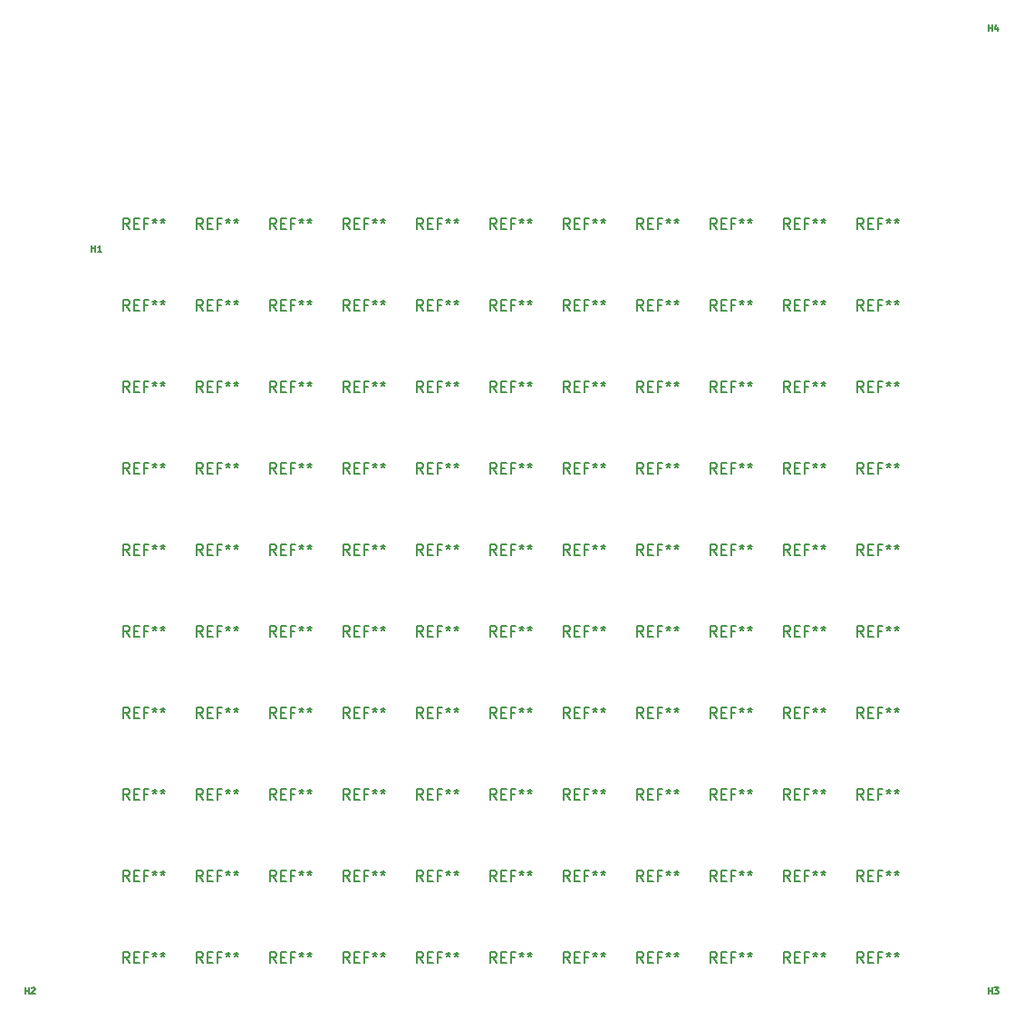
<source format=gbr>
G04 #@! TF.GenerationSoftware,KiCad,Pcbnew,(5.1.4)-1*
G04 #@! TF.CreationDate,2019-12-11T22:02:44-05:00*
G04 #@! TF.ProjectId,spacer,73706163-6572-42e6-9b69-6361645f7063,rev?*
G04 #@! TF.SameCoordinates,Original*
G04 #@! TF.FileFunction,Legend,Top*
G04 #@! TF.FilePolarity,Positive*
%FSLAX46Y46*%
G04 Gerber Fmt 4.6, Leading zero omitted, Abs format (unit mm)*
G04 Created by KiCad (PCBNEW (5.1.4)-1) date 2019-12-11 22:02:44*
%MOMM*%
%LPD*%
G04 APERTURE LIST*
%ADD10C,0.150000*%
%ADD11C,0.130000*%
G04 APERTURE END LIST*
D10*
X82883866Y-89142380D02*
X82550533Y-88666190D01*
X82312438Y-89142380D02*
X82312438Y-88142380D01*
X82693390Y-88142380D01*
X82788628Y-88190000D01*
X82836247Y-88237619D01*
X82883866Y-88332857D01*
X82883866Y-88475714D01*
X82836247Y-88570952D01*
X82788628Y-88618571D01*
X82693390Y-88666190D01*
X82312438Y-88666190D01*
X83312438Y-88618571D02*
X83645771Y-88618571D01*
X83788628Y-89142380D02*
X83312438Y-89142380D01*
X83312438Y-88142380D01*
X83788628Y-88142380D01*
X84550533Y-88618571D02*
X84217200Y-88618571D01*
X84217200Y-89142380D02*
X84217200Y-88142380D01*
X84693390Y-88142380D01*
X85217200Y-88142380D02*
X85217200Y-88380476D01*
X84979104Y-88285238D02*
X85217200Y-88380476D01*
X85455295Y-88285238D01*
X85074342Y-88570952D02*
X85217200Y-88380476D01*
X85360057Y-88570952D01*
X85979104Y-88142380D02*
X85979104Y-88380476D01*
X85741009Y-88285238D02*
X85979104Y-88380476D01*
X86217200Y-88285238D01*
X85836247Y-88570952D02*
X85979104Y-88380476D01*
X86121961Y-88570952D01*
X76025866Y-89142380D02*
X75692533Y-88666190D01*
X75454438Y-89142380D02*
X75454438Y-88142380D01*
X75835390Y-88142380D01*
X75930628Y-88190000D01*
X75978247Y-88237619D01*
X76025866Y-88332857D01*
X76025866Y-88475714D01*
X75978247Y-88570952D01*
X75930628Y-88618571D01*
X75835390Y-88666190D01*
X75454438Y-88666190D01*
X76454438Y-88618571D02*
X76787771Y-88618571D01*
X76930628Y-89142380D02*
X76454438Y-89142380D01*
X76454438Y-88142380D01*
X76930628Y-88142380D01*
X77692533Y-88618571D02*
X77359200Y-88618571D01*
X77359200Y-89142380D02*
X77359200Y-88142380D01*
X77835390Y-88142380D01*
X78359200Y-88142380D02*
X78359200Y-88380476D01*
X78121104Y-88285238D02*
X78359200Y-88380476D01*
X78597295Y-88285238D01*
X78216342Y-88570952D02*
X78359200Y-88380476D01*
X78502057Y-88570952D01*
X79121104Y-88142380D02*
X79121104Y-88380476D01*
X78883009Y-88285238D02*
X79121104Y-88380476D01*
X79359200Y-88285238D01*
X78978247Y-88570952D02*
X79121104Y-88380476D01*
X79263961Y-88570952D01*
X69167866Y-89142380D02*
X68834533Y-88666190D01*
X68596438Y-89142380D02*
X68596438Y-88142380D01*
X68977390Y-88142380D01*
X69072628Y-88190000D01*
X69120247Y-88237619D01*
X69167866Y-88332857D01*
X69167866Y-88475714D01*
X69120247Y-88570952D01*
X69072628Y-88618571D01*
X68977390Y-88666190D01*
X68596438Y-88666190D01*
X69596438Y-88618571D02*
X69929771Y-88618571D01*
X70072628Y-89142380D02*
X69596438Y-89142380D01*
X69596438Y-88142380D01*
X70072628Y-88142380D01*
X70834533Y-88618571D02*
X70501200Y-88618571D01*
X70501200Y-89142380D02*
X70501200Y-88142380D01*
X70977390Y-88142380D01*
X71501200Y-88142380D02*
X71501200Y-88380476D01*
X71263104Y-88285238D02*
X71501200Y-88380476D01*
X71739295Y-88285238D01*
X71358342Y-88570952D02*
X71501200Y-88380476D01*
X71644057Y-88570952D01*
X72263104Y-88142380D02*
X72263104Y-88380476D01*
X72025009Y-88285238D02*
X72263104Y-88380476D01*
X72501200Y-88285238D01*
X72120247Y-88570952D02*
X72263104Y-88380476D01*
X72405961Y-88570952D01*
X62309866Y-89142380D02*
X61976533Y-88666190D01*
X61738438Y-89142380D02*
X61738438Y-88142380D01*
X62119390Y-88142380D01*
X62214628Y-88190000D01*
X62262247Y-88237619D01*
X62309866Y-88332857D01*
X62309866Y-88475714D01*
X62262247Y-88570952D01*
X62214628Y-88618571D01*
X62119390Y-88666190D01*
X61738438Y-88666190D01*
X62738438Y-88618571D02*
X63071771Y-88618571D01*
X63214628Y-89142380D02*
X62738438Y-89142380D01*
X62738438Y-88142380D01*
X63214628Y-88142380D01*
X63976533Y-88618571D02*
X63643200Y-88618571D01*
X63643200Y-89142380D02*
X63643200Y-88142380D01*
X64119390Y-88142380D01*
X64643200Y-88142380D02*
X64643200Y-88380476D01*
X64405104Y-88285238D02*
X64643200Y-88380476D01*
X64881295Y-88285238D01*
X64500342Y-88570952D02*
X64643200Y-88380476D01*
X64786057Y-88570952D01*
X65405104Y-88142380D02*
X65405104Y-88380476D01*
X65167009Y-88285238D02*
X65405104Y-88380476D01*
X65643200Y-88285238D01*
X65262247Y-88570952D02*
X65405104Y-88380476D01*
X65547961Y-88570952D01*
X55451866Y-89142380D02*
X55118533Y-88666190D01*
X54880438Y-89142380D02*
X54880438Y-88142380D01*
X55261390Y-88142380D01*
X55356628Y-88190000D01*
X55404247Y-88237619D01*
X55451866Y-88332857D01*
X55451866Y-88475714D01*
X55404247Y-88570952D01*
X55356628Y-88618571D01*
X55261390Y-88666190D01*
X54880438Y-88666190D01*
X55880438Y-88618571D02*
X56213771Y-88618571D01*
X56356628Y-89142380D02*
X55880438Y-89142380D01*
X55880438Y-88142380D01*
X56356628Y-88142380D01*
X57118533Y-88618571D02*
X56785200Y-88618571D01*
X56785200Y-89142380D02*
X56785200Y-88142380D01*
X57261390Y-88142380D01*
X57785200Y-88142380D02*
X57785200Y-88380476D01*
X57547104Y-88285238D02*
X57785200Y-88380476D01*
X58023295Y-88285238D01*
X57642342Y-88570952D02*
X57785200Y-88380476D01*
X57928057Y-88570952D01*
X58547104Y-88142380D02*
X58547104Y-88380476D01*
X58309009Y-88285238D02*
X58547104Y-88380476D01*
X58785200Y-88285238D01*
X58404247Y-88570952D02*
X58547104Y-88380476D01*
X58689961Y-88570952D01*
X48593866Y-89142380D02*
X48260533Y-88666190D01*
X48022438Y-89142380D02*
X48022438Y-88142380D01*
X48403390Y-88142380D01*
X48498628Y-88190000D01*
X48546247Y-88237619D01*
X48593866Y-88332857D01*
X48593866Y-88475714D01*
X48546247Y-88570952D01*
X48498628Y-88618571D01*
X48403390Y-88666190D01*
X48022438Y-88666190D01*
X49022438Y-88618571D02*
X49355771Y-88618571D01*
X49498628Y-89142380D02*
X49022438Y-89142380D01*
X49022438Y-88142380D01*
X49498628Y-88142380D01*
X50260533Y-88618571D02*
X49927200Y-88618571D01*
X49927200Y-89142380D02*
X49927200Y-88142380D01*
X50403390Y-88142380D01*
X50927200Y-88142380D02*
X50927200Y-88380476D01*
X50689104Y-88285238D02*
X50927200Y-88380476D01*
X51165295Y-88285238D01*
X50784342Y-88570952D02*
X50927200Y-88380476D01*
X51070057Y-88570952D01*
X51689104Y-88142380D02*
X51689104Y-88380476D01*
X51451009Y-88285238D02*
X51689104Y-88380476D01*
X51927200Y-88285238D01*
X51546247Y-88570952D02*
X51689104Y-88380476D01*
X51831961Y-88570952D01*
X41735866Y-89142380D02*
X41402533Y-88666190D01*
X41164438Y-89142380D02*
X41164438Y-88142380D01*
X41545390Y-88142380D01*
X41640628Y-88190000D01*
X41688247Y-88237619D01*
X41735866Y-88332857D01*
X41735866Y-88475714D01*
X41688247Y-88570952D01*
X41640628Y-88618571D01*
X41545390Y-88666190D01*
X41164438Y-88666190D01*
X42164438Y-88618571D02*
X42497771Y-88618571D01*
X42640628Y-89142380D02*
X42164438Y-89142380D01*
X42164438Y-88142380D01*
X42640628Y-88142380D01*
X43402533Y-88618571D02*
X43069200Y-88618571D01*
X43069200Y-89142380D02*
X43069200Y-88142380D01*
X43545390Y-88142380D01*
X44069200Y-88142380D02*
X44069200Y-88380476D01*
X43831104Y-88285238D02*
X44069200Y-88380476D01*
X44307295Y-88285238D01*
X43926342Y-88570952D02*
X44069200Y-88380476D01*
X44212057Y-88570952D01*
X44831104Y-88142380D02*
X44831104Y-88380476D01*
X44593009Y-88285238D02*
X44831104Y-88380476D01*
X45069200Y-88285238D01*
X44688247Y-88570952D02*
X44831104Y-88380476D01*
X44973961Y-88570952D01*
X34877866Y-89142380D02*
X34544533Y-88666190D01*
X34306438Y-89142380D02*
X34306438Y-88142380D01*
X34687390Y-88142380D01*
X34782628Y-88190000D01*
X34830247Y-88237619D01*
X34877866Y-88332857D01*
X34877866Y-88475714D01*
X34830247Y-88570952D01*
X34782628Y-88618571D01*
X34687390Y-88666190D01*
X34306438Y-88666190D01*
X35306438Y-88618571D02*
X35639771Y-88618571D01*
X35782628Y-89142380D02*
X35306438Y-89142380D01*
X35306438Y-88142380D01*
X35782628Y-88142380D01*
X36544533Y-88618571D02*
X36211200Y-88618571D01*
X36211200Y-89142380D02*
X36211200Y-88142380D01*
X36687390Y-88142380D01*
X37211200Y-88142380D02*
X37211200Y-88380476D01*
X36973104Y-88285238D02*
X37211200Y-88380476D01*
X37449295Y-88285238D01*
X37068342Y-88570952D02*
X37211200Y-88380476D01*
X37354057Y-88570952D01*
X37973104Y-88142380D02*
X37973104Y-88380476D01*
X37735009Y-88285238D02*
X37973104Y-88380476D01*
X38211200Y-88285238D01*
X37830247Y-88570952D02*
X37973104Y-88380476D01*
X38115961Y-88570952D01*
X28019866Y-89142380D02*
X27686533Y-88666190D01*
X27448438Y-89142380D02*
X27448438Y-88142380D01*
X27829390Y-88142380D01*
X27924628Y-88190000D01*
X27972247Y-88237619D01*
X28019866Y-88332857D01*
X28019866Y-88475714D01*
X27972247Y-88570952D01*
X27924628Y-88618571D01*
X27829390Y-88666190D01*
X27448438Y-88666190D01*
X28448438Y-88618571D02*
X28781771Y-88618571D01*
X28924628Y-89142380D02*
X28448438Y-89142380D01*
X28448438Y-88142380D01*
X28924628Y-88142380D01*
X29686533Y-88618571D02*
X29353200Y-88618571D01*
X29353200Y-89142380D02*
X29353200Y-88142380D01*
X29829390Y-88142380D01*
X30353200Y-88142380D02*
X30353200Y-88380476D01*
X30115104Y-88285238D02*
X30353200Y-88380476D01*
X30591295Y-88285238D01*
X30210342Y-88570952D02*
X30353200Y-88380476D01*
X30496057Y-88570952D01*
X31115104Y-88142380D02*
X31115104Y-88380476D01*
X30877009Y-88285238D02*
X31115104Y-88380476D01*
X31353200Y-88285238D01*
X30972247Y-88570952D02*
X31115104Y-88380476D01*
X31257961Y-88570952D01*
X21161866Y-89142380D02*
X20828533Y-88666190D01*
X20590438Y-89142380D02*
X20590438Y-88142380D01*
X20971390Y-88142380D01*
X21066628Y-88190000D01*
X21114247Y-88237619D01*
X21161866Y-88332857D01*
X21161866Y-88475714D01*
X21114247Y-88570952D01*
X21066628Y-88618571D01*
X20971390Y-88666190D01*
X20590438Y-88666190D01*
X21590438Y-88618571D02*
X21923771Y-88618571D01*
X22066628Y-89142380D02*
X21590438Y-89142380D01*
X21590438Y-88142380D01*
X22066628Y-88142380D01*
X22828533Y-88618571D02*
X22495200Y-88618571D01*
X22495200Y-89142380D02*
X22495200Y-88142380D01*
X22971390Y-88142380D01*
X23495200Y-88142380D02*
X23495200Y-88380476D01*
X23257104Y-88285238D02*
X23495200Y-88380476D01*
X23733295Y-88285238D01*
X23352342Y-88570952D02*
X23495200Y-88380476D01*
X23638057Y-88570952D01*
X24257104Y-88142380D02*
X24257104Y-88380476D01*
X24019009Y-88285238D02*
X24257104Y-88380476D01*
X24495200Y-88285238D01*
X24114247Y-88570952D02*
X24257104Y-88380476D01*
X24399961Y-88570952D01*
X14303866Y-89142380D02*
X13970533Y-88666190D01*
X13732438Y-89142380D02*
X13732438Y-88142380D01*
X14113390Y-88142380D01*
X14208628Y-88190000D01*
X14256247Y-88237619D01*
X14303866Y-88332857D01*
X14303866Y-88475714D01*
X14256247Y-88570952D01*
X14208628Y-88618571D01*
X14113390Y-88666190D01*
X13732438Y-88666190D01*
X14732438Y-88618571D02*
X15065771Y-88618571D01*
X15208628Y-89142380D02*
X14732438Y-89142380D01*
X14732438Y-88142380D01*
X15208628Y-88142380D01*
X15970533Y-88618571D02*
X15637200Y-88618571D01*
X15637200Y-89142380D02*
X15637200Y-88142380D01*
X16113390Y-88142380D01*
X16637200Y-88142380D02*
X16637200Y-88380476D01*
X16399104Y-88285238D02*
X16637200Y-88380476D01*
X16875295Y-88285238D01*
X16494342Y-88570952D02*
X16637200Y-88380476D01*
X16780057Y-88570952D01*
X17399104Y-88142380D02*
X17399104Y-88380476D01*
X17161009Y-88285238D02*
X17399104Y-88380476D01*
X17637200Y-88285238D01*
X17256247Y-88570952D02*
X17399104Y-88380476D01*
X17541961Y-88570952D01*
X82883866Y-81522380D02*
X82550533Y-81046190D01*
X82312438Y-81522380D02*
X82312438Y-80522380D01*
X82693390Y-80522380D01*
X82788628Y-80570000D01*
X82836247Y-80617619D01*
X82883866Y-80712857D01*
X82883866Y-80855714D01*
X82836247Y-80950952D01*
X82788628Y-80998571D01*
X82693390Y-81046190D01*
X82312438Y-81046190D01*
X83312438Y-80998571D02*
X83645771Y-80998571D01*
X83788628Y-81522380D02*
X83312438Y-81522380D01*
X83312438Y-80522380D01*
X83788628Y-80522380D01*
X84550533Y-80998571D02*
X84217200Y-80998571D01*
X84217200Y-81522380D02*
X84217200Y-80522380D01*
X84693390Y-80522380D01*
X85217200Y-80522380D02*
X85217200Y-80760476D01*
X84979104Y-80665238D02*
X85217200Y-80760476D01*
X85455295Y-80665238D01*
X85074342Y-80950952D02*
X85217200Y-80760476D01*
X85360057Y-80950952D01*
X85979104Y-80522380D02*
X85979104Y-80760476D01*
X85741009Y-80665238D02*
X85979104Y-80760476D01*
X86217200Y-80665238D01*
X85836247Y-80950952D02*
X85979104Y-80760476D01*
X86121961Y-80950952D01*
X76025866Y-81522380D02*
X75692533Y-81046190D01*
X75454438Y-81522380D02*
X75454438Y-80522380D01*
X75835390Y-80522380D01*
X75930628Y-80570000D01*
X75978247Y-80617619D01*
X76025866Y-80712857D01*
X76025866Y-80855714D01*
X75978247Y-80950952D01*
X75930628Y-80998571D01*
X75835390Y-81046190D01*
X75454438Y-81046190D01*
X76454438Y-80998571D02*
X76787771Y-80998571D01*
X76930628Y-81522380D02*
X76454438Y-81522380D01*
X76454438Y-80522380D01*
X76930628Y-80522380D01*
X77692533Y-80998571D02*
X77359200Y-80998571D01*
X77359200Y-81522380D02*
X77359200Y-80522380D01*
X77835390Y-80522380D01*
X78359200Y-80522380D02*
X78359200Y-80760476D01*
X78121104Y-80665238D02*
X78359200Y-80760476D01*
X78597295Y-80665238D01*
X78216342Y-80950952D02*
X78359200Y-80760476D01*
X78502057Y-80950952D01*
X79121104Y-80522380D02*
X79121104Y-80760476D01*
X78883009Y-80665238D02*
X79121104Y-80760476D01*
X79359200Y-80665238D01*
X78978247Y-80950952D02*
X79121104Y-80760476D01*
X79263961Y-80950952D01*
X69167866Y-81522380D02*
X68834533Y-81046190D01*
X68596438Y-81522380D02*
X68596438Y-80522380D01*
X68977390Y-80522380D01*
X69072628Y-80570000D01*
X69120247Y-80617619D01*
X69167866Y-80712857D01*
X69167866Y-80855714D01*
X69120247Y-80950952D01*
X69072628Y-80998571D01*
X68977390Y-81046190D01*
X68596438Y-81046190D01*
X69596438Y-80998571D02*
X69929771Y-80998571D01*
X70072628Y-81522380D02*
X69596438Y-81522380D01*
X69596438Y-80522380D01*
X70072628Y-80522380D01*
X70834533Y-80998571D02*
X70501200Y-80998571D01*
X70501200Y-81522380D02*
X70501200Y-80522380D01*
X70977390Y-80522380D01*
X71501200Y-80522380D02*
X71501200Y-80760476D01*
X71263104Y-80665238D02*
X71501200Y-80760476D01*
X71739295Y-80665238D01*
X71358342Y-80950952D02*
X71501200Y-80760476D01*
X71644057Y-80950952D01*
X72263104Y-80522380D02*
X72263104Y-80760476D01*
X72025009Y-80665238D02*
X72263104Y-80760476D01*
X72501200Y-80665238D01*
X72120247Y-80950952D02*
X72263104Y-80760476D01*
X72405961Y-80950952D01*
X62309866Y-81522380D02*
X61976533Y-81046190D01*
X61738438Y-81522380D02*
X61738438Y-80522380D01*
X62119390Y-80522380D01*
X62214628Y-80570000D01*
X62262247Y-80617619D01*
X62309866Y-80712857D01*
X62309866Y-80855714D01*
X62262247Y-80950952D01*
X62214628Y-80998571D01*
X62119390Y-81046190D01*
X61738438Y-81046190D01*
X62738438Y-80998571D02*
X63071771Y-80998571D01*
X63214628Y-81522380D02*
X62738438Y-81522380D01*
X62738438Y-80522380D01*
X63214628Y-80522380D01*
X63976533Y-80998571D02*
X63643200Y-80998571D01*
X63643200Y-81522380D02*
X63643200Y-80522380D01*
X64119390Y-80522380D01*
X64643200Y-80522380D02*
X64643200Y-80760476D01*
X64405104Y-80665238D02*
X64643200Y-80760476D01*
X64881295Y-80665238D01*
X64500342Y-80950952D02*
X64643200Y-80760476D01*
X64786057Y-80950952D01*
X65405104Y-80522380D02*
X65405104Y-80760476D01*
X65167009Y-80665238D02*
X65405104Y-80760476D01*
X65643200Y-80665238D01*
X65262247Y-80950952D02*
X65405104Y-80760476D01*
X65547961Y-80950952D01*
X55451866Y-81522380D02*
X55118533Y-81046190D01*
X54880438Y-81522380D02*
X54880438Y-80522380D01*
X55261390Y-80522380D01*
X55356628Y-80570000D01*
X55404247Y-80617619D01*
X55451866Y-80712857D01*
X55451866Y-80855714D01*
X55404247Y-80950952D01*
X55356628Y-80998571D01*
X55261390Y-81046190D01*
X54880438Y-81046190D01*
X55880438Y-80998571D02*
X56213771Y-80998571D01*
X56356628Y-81522380D02*
X55880438Y-81522380D01*
X55880438Y-80522380D01*
X56356628Y-80522380D01*
X57118533Y-80998571D02*
X56785200Y-80998571D01*
X56785200Y-81522380D02*
X56785200Y-80522380D01*
X57261390Y-80522380D01*
X57785200Y-80522380D02*
X57785200Y-80760476D01*
X57547104Y-80665238D02*
X57785200Y-80760476D01*
X58023295Y-80665238D01*
X57642342Y-80950952D02*
X57785200Y-80760476D01*
X57928057Y-80950952D01*
X58547104Y-80522380D02*
X58547104Y-80760476D01*
X58309009Y-80665238D02*
X58547104Y-80760476D01*
X58785200Y-80665238D01*
X58404247Y-80950952D02*
X58547104Y-80760476D01*
X58689961Y-80950952D01*
X48593866Y-81522380D02*
X48260533Y-81046190D01*
X48022438Y-81522380D02*
X48022438Y-80522380D01*
X48403390Y-80522380D01*
X48498628Y-80570000D01*
X48546247Y-80617619D01*
X48593866Y-80712857D01*
X48593866Y-80855714D01*
X48546247Y-80950952D01*
X48498628Y-80998571D01*
X48403390Y-81046190D01*
X48022438Y-81046190D01*
X49022438Y-80998571D02*
X49355771Y-80998571D01*
X49498628Y-81522380D02*
X49022438Y-81522380D01*
X49022438Y-80522380D01*
X49498628Y-80522380D01*
X50260533Y-80998571D02*
X49927200Y-80998571D01*
X49927200Y-81522380D02*
X49927200Y-80522380D01*
X50403390Y-80522380D01*
X50927200Y-80522380D02*
X50927200Y-80760476D01*
X50689104Y-80665238D02*
X50927200Y-80760476D01*
X51165295Y-80665238D01*
X50784342Y-80950952D02*
X50927200Y-80760476D01*
X51070057Y-80950952D01*
X51689104Y-80522380D02*
X51689104Y-80760476D01*
X51451009Y-80665238D02*
X51689104Y-80760476D01*
X51927200Y-80665238D01*
X51546247Y-80950952D02*
X51689104Y-80760476D01*
X51831961Y-80950952D01*
X41735866Y-81522380D02*
X41402533Y-81046190D01*
X41164438Y-81522380D02*
X41164438Y-80522380D01*
X41545390Y-80522380D01*
X41640628Y-80570000D01*
X41688247Y-80617619D01*
X41735866Y-80712857D01*
X41735866Y-80855714D01*
X41688247Y-80950952D01*
X41640628Y-80998571D01*
X41545390Y-81046190D01*
X41164438Y-81046190D01*
X42164438Y-80998571D02*
X42497771Y-80998571D01*
X42640628Y-81522380D02*
X42164438Y-81522380D01*
X42164438Y-80522380D01*
X42640628Y-80522380D01*
X43402533Y-80998571D02*
X43069200Y-80998571D01*
X43069200Y-81522380D02*
X43069200Y-80522380D01*
X43545390Y-80522380D01*
X44069200Y-80522380D02*
X44069200Y-80760476D01*
X43831104Y-80665238D02*
X44069200Y-80760476D01*
X44307295Y-80665238D01*
X43926342Y-80950952D02*
X44069200Y-80760476D01*
X44212057Y-80950952D01*
X44831104Y-80522380D02*
X44831104Y-80760476D01*
X44593009Y-80665238D02*
X44831104Y-80760476D01*
X45069200Y-80665238D01*
X44688247Y-80950952D02*
X44831104Y-80760476D01*
X44973961Y-80950952D01*
X34877866Y-81522380D02*
X34544533Y-81046190D01*
X34306438Y-81522380D02*
X34306438Y-80522380D01*
X34687390Y-80522380D01*
X34782628Y-80570000D01*
X34830247Y-80617619D01*
X34877866Y-80712857D01*
X34877866Y-80855714D01*
X34830247Y-80950952D01*
X34782628Y-80998571D01*
X34687390Y-81046190D01*
X34306438Y-81046190D01*
X35306438Y-80998571D02*
X35639771Y-80998571D01*
X35782628Y-81522380D02*
X35306438Y-81522380D01*
X35306438Y-80522380D01*
X35782628Y-80522380D01*
X36544533Y-80998571D02*
X36211200Y-80998571D01*
X36211200Y-81522380D02*
X36211200Y-80522380D01*
X36687390Y-80522380D01*
X37211200Y-80522380D02*
X37211200Y-80760476D01*
X36973104Y-80665238D02*
X37211200Y-80760476D01*
X37449295Y-80665238D01*
X37068342Y-80950952D02*
X37211200Y-80760476D01*
X37354057Y-80950952D01*
X37973104Y-80522380D02*
X37973104Y-80760476D01*
X37735009Y-80665238D02*
X37973104Y-80760476D01*
X38211200Y-80665238D01*
X37830247Y-80950952D02*
X37973104Y-80760476D01*
X38115961Y-80950952D01*
X28019866Y-81522380D02*
X27686533Y-81046190D01*
X27448438Y-81522380D02*
X27448438Y-80522380D01*
X27829390Y-80522380D01*
X27924628Y-80570000D01*
X27972247Y-80617619D01*
X28019866Y-80712857D01*
X28019866Y-80855714D01*
X27972247Y-80950952D01*
X27924628Y-80998571D01*
X27829390Y-81046190D01*
X27448438Y-81046190D01*
X28448438Y-80998571D02*
X28781771Y-80998571D01*
X28924628Y-81522380D02*
X28448438Y-81522380D01*
X28448438Y-80522380D01*
X28924628Y-80522380D01*
X29686533Y-80998571D02*
X29353200Y-80998571D01*
X29353200Y-81522380D02*
X29353200Y-80522380D01*
X29829390Y-80522380D01*
X30353200Y-80522380D02*
X30353200Y-80760476D01*
X30115104Y-80665238D02*
X30353200Y-80760476D01*
X30591295Y-80665238D01*
X30210342Y-80950952D02*
X30353200Y-80760476D01*
X30496057Y-80950952D01*
X31115104Y-80522380D02*
X31115104Y-80760476D01*
X30877009Y-80665238D02*
X31115104Y-80760476D01*
X31353200Y-80665238D01*
X30972247Y-80950952D02*
X31115104Y-80760476D01*
X31257961Y-80950952D01*
X21161866Y-81522380D02*
X20828533Y-81046190D01*
X20590438Y-81522380D02*
X20590438Y-80522380D01*
X20971390Y-80522380D01*
X21066628Y-80570000D01*
X21114247Y-80617619D01*
X21161866Y-80712857D01*
X21161866Y-80855714D01*
X21114247Y-80950952D01*
X21066628Y-80998571D01*
X20971390Y-81046190D01*
X20590438Y-81046190D01*
X21590438Y-80998571D02*
X21923771Y-80998571D01*
X22066628Y-81522380D02*
X21590438Y-81522380D01*
X21590438Y-80522380D01*
X22066628Y-80522380D01*
X22828533Y-80998571D02*
X22495200Y-80998571D01*
X22495200Y-81522380D02*
X22495200Y-80522380D01*
X22971390Y-80522380D01*
X23495200Y-80522380D02*
X23495200Y-80760476D01*
X23257104Y-80665238D02*
X23495200Y-80760476D01*
X23733295Y-80665238D01*
X23352342Y-80950952D02*
X23495200Y-80760476D01*
X23638057Y-80950952D01*
X24257104Y-80522380D02*
X24257104Y-80760476D01*
X24019009Y-80665238D02*
X24257104Y-80760476D01*
X24495200Y-80665238D01*
X24114247Y-80950952D02*
X24257104Y-80760476D01*
X24399961Y-80950952D01*
X14303866Y-81522380D02*
X13970533Y-81046190D01*
X13732438Y-81522380D02*
X13732438Y-80522380D01*
X14113390Y-80522380D01*
X14208628Y-80570000D01*
X14256247Y-80617619D01*
X14303866Y-80712857D01*
X14303866Y-80855714D01*
X14256247Y-80950952D01*
X14208628Y-80998571D01*
X14113390Y-81046190D01*
X13732438Y-81046190D01*
X14732438Y-80998571D02*
X15065771Y-80998571D01*
X15208628Y-81522380D02*
X14732438Y-81522380D01*
X14732438Y-80522380D01*
X15208628Y-80522380D01*
X15970533Y-80998571D02*
X15637200Y-80998571D01*
X15637200Y-81522380D02*
X15637200Y-80522380D01*
X16113390Y-80522380D01*
X16637200Y-80522380D02*
X16637200Y-80760476D01*
X16399104Y-80665238D02*
X16637200Y-80760476D01*
X16875295Y-80665238D01*
X16494342Y-80950952D02*
X16637200Y-80760476D01*
X16780057Y-80950952D01*
X17399104Y-80522380D02*
X17399104Y-80760476D01*
X17161009Y-80665238D02*
X17399104Y-80760476D01*
X17637200Y-80665238D01*
X17256247Y-80950952D02*
X17399104Y-80760476D01*
X17541961Y-80950952D01*
X82883866Y-73902380D02*
X82550533Y-73426190D01*
X82312438Y-73902380D02*
X82312438Y-72902380D01*
X82693390Y-72902380D01*
X82788628Y-72950000D01*
X82836247Y-72997619D01*
X82883866Y-73092857D01*
X82883866Y-73235714D01*
X82836247Y-73330952D01*
X82788628Y-73378571D01*
X82693390Y-73426190D01*
X82312438Y-73426190D01*
X83312438Y-73378571D02*
X83645771Y-73378571D01*
X83788628Y-73902380D02*
X83312438Y-73902380D01*
X83312438Y-72902380D01*
X83788628Y-72902380D01*
X84550533Y-73378571D02*
X84217200Y-73378571D01*
X84217200Y-73902380D02*
X84217200Y-72902380D01*
X84693390Y-72902380D01*
X85217200Y-72902380D02*
X85217200Y-73140476D01*
X84979104Y-73045238D02*
X85217200Y-73140476D01*
X85455295Y-73045238D01*
X85074342Y-73330952D02*
X85217200Y-73140476D01*
X85360057Y-73330952D01*
X85979104Y-72902380D02*
X85979104Y-73140476D01*
X85741009Y-73045238D02*
X85979104Y-73140476D01*
X86217200Y-73045238D01*
X85836247Y-73330952D02*
X85979104Y-73140476D01*
X86121961Y-73330952D01*
X76025866Y-73902380D02*
X75692533Y-73426190D01*
X75454438Y-73902380D02*
X75454438Y-72902380D01*
X75835390Y-72902380D01*
X75930628Y-72950000D01*
X75978247Y-72997619D01*
X76025866Y-73092857D01*
X76025866Y-73235714D01*
X75978247Y-73330952D01*
X75930628Y-73378571D01*
X75835390Y-73426190D01*
X75454438Y-73426190D01*
X76454438Y-73378571D02*
X76787771Y-73378571D01*
X76930628Y-73902380D02*
X76454438Y-73902380D01*
X76454438Y-72902380D01*
X76930628Y-72902380D01*
X77692533Y-73378571D02*
X77359200Y-73378571D01*
X77359200Y-73902380D02*
X77359200Y-72902380D01*
X77835390Y-72902380D01*
X78359200Y-72902380D02*
X78359200Y-73140476D01*
X78121104Y-73045238D02*
X78359200Y-73140476D01*
X78597295Y-73045238D01*
X78216342Y-73330952D02*
X78359200Y-73140476D01*
X78502057Y-73330952D01*
X79121104Y-72902380D02*
X79121104Y-73140476D01*
X78883009Y-73045238D02*
X79121104Y-73140476D01*
X79359200Y-73045238D01*
X78978247Y-73330952D02*
X79121104Y-73140476D01*
X79263961Y-73330952D01*
X69167866Y-73902380D02*
X68834533Y-73426190D01*
X68596438Y-73902380D02*
X68596438Y-72902380D01*
X68977390Y-72902380D01*
X69072628Y-72950000D01*
X69120247Y-72997619D01*
X69167866Y-73092857D01*
X69167866Y-73235714D01*
X69120247Y-73330952D01*
X69072628Y-73378571D01*
X68977390Y-73426190D01*
X68596438Y-73426190D01*
X69596438Y-73378571D02*
X69929771Y-73378571D01*
X70072628Y-73902380D02*
X69596438Y-73902380D01*
X69596438Y-72902380D01*
X70072628Y-72902380D01*
X70834533Y-73378571D02*
X70501200Y-73378571D01*
X70501200Y-73902380D02*
X70501200Y-72902380D01*
X70977390Y-72902380D01*
X71501200Y-72902380D02*
X71501200Y-73140476D01*
X71263104Y-73045238D02*
X71501200Y-73140476D01*
X71739295Y-73045238D01*
X71358342Y-73330952D02*
X71501200Y-73140476D01*
X71644057Y-73330952D01*
X72263104Y-72902380D02*
X72263104Y-73140476D01*
X72025009Y-73045238D02*
X72263104Y-73140476D01*
X72501200Y-73045238D01*
X72120247Y-73330952D02*
X72263104Y-73140476D01*
X72405961Y-73330952D01*
X62309866Y-73902380D02*
X61976533Y-73426190D01*
X61738438Y-73902380D02*
X61738438Y-72902380D01*
X62119390Y-72902380D01*
X62214628Y-72950000D01*
X62262247Y-72997619D01*
X62309866Y-73092857D01*
X62309866Y-73235714D01*
X62262247Y-73330952D01*
X62214628Y-73378571D01*
X62119390Y-73426190D01*
X61738438Y-73426190D01*
X62738438Y-73378571D02*
X63071771Y-73378571D01*
X63214628Y-73902380D02*
X62738438Y-73902380D01*
X62738438Y-72902380D01*
X63214628Y-72902380D01*
X63976533Y-73378571D02*
X63643200Y-73378571D01*
X63643200Y-73902380D02*
X63643200Y-72902380D01*
X64119390Y-72902380D01*
X64643200Y-72902380D02*
X64643200Y-73140476D01*
X64405104Y-73045238D02*
X64643200Y-73140476D01*
X64881295Y-73045238D01*
X64500342Y-73330952D02*
X64643200Y-73140476D01*
X64786057Y-73330952D01*
X65405104Y-72902380D02*
X65405104Y-73140476D01*
X65167009Y-73045238D02*
X65405104Y-73140476D01*
X65643200Y-73045238D01*
X65262247Y-73330952D02*
X65405104Y-73140476D01*
X65547961Y-73330952D01*
X55451866Y-73902380D02*
X55118533Y-73426190D01*
X54880438Y-73902380D02*
X54880438Y-72902380D01*
X55261390Y-72902380D01*
X55356628Y-72950000D01*
X55404247Y-72997619D01*
X55451866Y-73092857D01*
X55451866Y-73235714D01*
X55404247Y-73330952D01*
X55356628Y-73378571D01*
X55261390Y-73426190D01*
X54880438Y-73426190D01*
X55880438Y-73378571D02*
X56213771Y-73378571D01*
X56356628Y-73902380D02*
X55880438Y-73902380D01*
X55880438Y-72902380D01*
X56356628Y-72902380D01*
X57118533Y-73378571D02*
X56785200Y-73378571D01*
X56785200Y-73902380D02*
X56785200Y-72902380D01*
X57261390Y-72902380D01*
X57785200Y-72902380D02*
X57785200Y-73140476D01*
X57547104Y-73045238D02*
X57785200Y-73140476D01*
X58023295Y-73045238D01*
X57642342Y-73330952D02*
X57785200Y-73140476D01*
X57928057Y-73330952D01*
X58547104Y-72902380D02*
X58547104Y-73140476D01*
X58309009Y-73045238D02*
X58547104Y-73140476D01*
X58785200Y-73045238D01*
X58404247Y-73330952D02*
X58547104Y-73140476D01*
X58689961Y-73330952D01*
X48593866Y-73902380D02*
X48260533Y-73426190D01*
X48022438Y-73902380D02*
X48022438Y-72902380D01*
X48403390Y-72902380D01*
X48498628Y-72950000D01*
X48546247Y-72997619D01*
X48593866Y-73092857D01*
X48593866Y-73235714D01*
X48546247Y-73330952D01*
X48498628Y-73378571D01*
X48403390Y-73426190D01*
X48022438Y-73426190D01*
X49022438Y-73378571D02*
X49355771Y-73378571D01*
X49498628Y-73902380D02*
X49022438Y-73902380D01*
X49022438Y-72902380D01*
X49498628Y-72902380D01*
X50260533Y-73378571D02*
X49927200Y-73378571D01*
X49927200Y-73902380D02*
X49927200Y-72902380D01*
X50403390Y-72902380D01*
X50927200Y-72902380D02*
X50927200Y-73140476D01*
X50689104Y-73045238D02*
X50927200Y-73140476D01*
X51165295Y-73045238D01*
X50784342Y-73330952D02*
X50927200Y-73140476D01*
X51070057Y-73330952D01*
X51689104Y-72902380D02*
X51689104Y-73140476D01*
X51451009Y-73045238D02*
X51689104Y-73140476D01*
X51927200Y-73045238D01*
X51546247Y-73330952D02*
X51689104Y-73140476D01*
X51831961Y-73330952D01*
X41735866Y-73902380D02*
X41402533Y-73426190D01*
X41164438Y-73902380D02*
X41164438Y-72902380D01*
X41545390Y-72902380D01*
X41640628Y-72950000D01*
X41688247Y-72997619D01*
X41735866Y-73092857D01*
X41735866Y-73235714D01*
X41688247Y-73330952D01*
X41640628Y-73378571D01*
X41545390Y-73426190D01*
X41164438Y-73426190D01*
X42164438Y-73378571D02*
X42497771Y-73378571D01*
X42640628Y-73902380D02*
X42164438Y-73902380D01*
X42164438Y-72902380D01*
X42640628Y-72902380D01*
X43402533Y-73378571D02*
X43069200Y-73378571D01*
X43069200Y-73902380D02*
X43069200Y-72902380D01*
X43545390Y-72902380D01*
X44069200Y-72902380D02*
X44069200Y-73140476D01*
X43831104Y-73045238D02*
X44069200Y-73140476D01*
X44307295Y-73045238D01*
X43926342Y-73330952D02*
X44069200Y-73140476D01*
X44212057Y-73330952D01*
X44831104Y-72902380D02*
X44831104Y-73140476D01*
X44593009Y-73045238D02*
X44831104Y-73140476D01*
X45069200Y-73045238D01*
X44688247Y-73330952D02*
X44831104Y-73140476D01*
X44973961Y-73330952D01*
X34877866Y-73902380D02*
X34544533Y-73426190D01*
X34306438Y-73902380D02*
X34306438Y-72902380D01*
X34687390Y-72902380D01*
X34782628Y-72950000D01*
X34830247Y-72997619D01*
X34877866Y-73092857D01*
X34877866Y-73235714D01*
X34830247Y-73330952D01*
X34782628Y-73378571D01*
X34687390Y-73426190D01*
X34306438Y-73426190D01*
X35306438Y-73378571D02*
X35639771Y-73378571D01*
X35782628Y-73902380D02*
X35306438Y-73902380D01*
X35306438Y-72902380D01*
X35782628Y-72902380D01*
X36544533Y-73378571D02*
X36211200Y-73378571D01*
X36211200Y-73902380D02*
X36211200Y-72902380D01*
X36687390Y-72902380D01*
X37211200Y-72902380D02*
X37211200Y-73140476D01*
X36973104Y-73045238D02*
X37211200Y-73140476D01*
X37449295Y-73045238D01*
X37068342Y-73330952D02*
X37211200Y-73140476D01*
X37354057Y-73330952D01*
X37973104Y-72902380D02*
X37973104Y-73140476D01*
X37735009Y-73045238D02*
X37973104Y-73140476D01*
X38211200Y-73045238D01*
X37830247Y-73330952D02*
X37973104Y-73140476D01*
X38115961Y-73330952D01*
X28019866Y-73902380D02*
X27686533Y-73426190D01*
X27448438Y-73902380D02*
X27448438Y-72902380D01*
X27829390Y-72902380D01*
X27924628Y-72950000D01*
X27972247Y-72997619D01*
X28019866Y-73092857D01*
X28019866Y-73235714D01*
X27972247Y-73330952D01*
X27924628Y-73378571D01*
X27829390Y-73426190D01*
X27448438Y-73426190D01*
X28448438Y-73378571D02*
X28781771Y-73378571D01*
X28924628Y-73902380D02*
X28448438Y-73902380D01*
X28448438Y-72902380D01*
X28924628Y-72902380D01*
X29686533Y-73378571D02*
X29353200Y-73378571D01*
X29353200Y-73902380D02*
X29353200Y-72902380D01*
X29829390Y-72902380D01*
X30353200Y-72902380D02*
X30353200Y-73140476D01*
X30115104Y-73045238D02*
X30353200Y-73140476D01*
X30591295Y-73045238D01*
X30210342Y-73330952D02*
X30353200Y-73140476D01*
X30496057Y-73330952D01*
X31115104Y-72902380D02*
X31115104Y-73140476D01*
X30877009Y-73045238D02*
X31115104Y-73140476D01*
X31353200Y-73045238D01*
X30972247Y-73330952D02*
X31115104Y-73140476D01*
X31257961Y-73330952D01*
X21161866Y-73902380D02*
X20828533Y-73426190D01*
X20590438Y-73902380D02*
X20590438Y-72902380D01*
X20971390Y-72902380D01*
X21066628Y-72950000D01*
X21114247Y-72997619D01*
X21161866Y-73092857D01*
X21161866Y-73235714D01*
X21114247Y-73330952D01*
X21066628Y-73378571D01*
X20971390Y-73426190D01*
X20590438Y-73426190D01*
X21590438Y-73378571D02*
X21923771Y-73378571D01*
X22066628Y-73902380D02*
X21590438Y-73902380D01*
X21590438Y-72902380D01*
X22066628Y-72902380D01*
X22828533Y-73378571D02*
X22495200Y-73378571D01*
X22495200Y-73902380D02*
X22495200Y-72902380D01*
X22971390Y-72902380D01*
X23495200Y-72902380D02*
X23495200Y-73140476D01*
X23257104Y-73045238D02*
X23495200Y-73140476D01*
X23733295Y-73045238D01*
X23352342Y-73330952D02*
X23495200Y-73140476D01*
X23638057Y-73330952D01*
X24257104Y-72902380D02*
X24257104Y-73140476D01*
X24019009Y-73045238D02*
X24257104Y-73140476D01*
X24495200Y-73045238D01*
X24114247Y-73330952D02*
X24257104Y-73140476D01*
X24399961Y-73330952D01*
X14303866Y-73902380D02*
X13970533Y-73426190D01*
X13732438Y-73902380D02*
X13732438Y-72902380D01*
X14113390Y-72902380D01*
X14208628Y-72950000D01*
X14256247Y-72997619D01*
X14303866Y-73092857D01*
X14303866Y-73235714D01*
X14256247Y-73330952D01*
X14208628Y-73378571D01*
X14113390Y-73426190D01*
X13732438Y-73426190D01*
X14732438Y-73378571D02*
X15065771Y-73378571D01*
X15208628Y-73902380D02*
X14732438Y-73902380D01*
X14732438Y-72902380D01*
X15208628Y-72902380D01*
X15970533Y-73378571D02*
X15637200Y-73378571D01*
X15637200Y-73902380D02*
X15637200Y-72902380D01*
X16113390Y-72902380D01*
X16637200Y-72902380D02*
X16637200Y-73140476D01*
X16399104Y-73045238D02*
X16637200Y-73140476D01*
X16875295Y-73045238D01*
X16494342Y-73330952D02*
X16637200Y-73140476D01*
X16780057Y-73330952D01*
X17399104Y-72902380D02*
X17399104Y-73140476D01*
X17161009Y-73045238D02*
X17399104Y-73140476D01*
X17637200Y-73045238D01*
X17256247Y-73330952D02*
X17399104Y-73140476D01*
X17541961Y-73330952D01*
X82883866Y-66282380D02*
X82550533Y-65806190D01*
X82312438Y-66282380D02*
X82312438Y-65282380D01*
X82693390Y-65282380D01*
X82788628Y-65330000D01*
X82836247Y-65377619D01*
X82883866Y-65472857D01*
X82883866Y-65615714D01*
X82836247Y-65710952D01*
X82788628Y-65758571D01*
X82693390Y-65806190D01*
X82312438Y-65806190D01*
X83312438Y-65758571D02*
X83645771Y-65758571D01*
X83788628Y-66282380D02*
X83312438Y-66282380D01*
X83312438Y-65282380D01*
X83788628Y-65282380D01*
X84550533Y-65758571D02*
X84217200Y-65758571D01*
X84217200Y-66282380D02*
X84217200Y-65282380D01*
X84693390Y-65282380D01*
X85217200Y-65282380D02*
X85217200Y-65520476D01*
X84979104Y-65425238D02*
X85217200Y-65520476D01*
X85455295Y-65425238D01*
X85074342Y-65710952D02*
X85217200Y-65520476D01*
X85360057Y-65710952D01*
X85979104Y-65282380D02*
X85979104Y-65520476D01*
X85741009Y-65425238D02*
X85979104Y-65520476D01*
X86217200Y-65425238D01*
X85836247Y-65710952D02*
X85979104Y-65520476D01*
X86121961Y-65710952D01*
X76025866Y-66282380D02*
X75692533Y-65806190D01*
X75454438Y-66282380D02*
X75454438Y-65282380D01*
X75835390Y-65282380D01*
X75930628Y-65330000D01*
X75978247Y-65377619D01*
X76025866Y-65472857D01*
X76025866Y-65615714D01*
X75978247Y-65710952D01*
X75930628Y-65758571D01*
X75835390Y-65806190D01*
X75454438Y-65806190D01*
X76454438Y-65758571D02*
X76787771Y-65758571D01*
X76930628Y-66282380D02*
X76454438Y-66282380D01*
X76454438Y-65282380D01*
X76930628Y-65282380D01*
X77692533Y-65758571D02*
X77359200Y-65758571D01*
X77359200Y-66282380D02*
X77359200Y-65282380D01*
X77835390Y-65282380D01*
X78359200Y-65282380D02*
X78359200Y-65520476D01*
X78121104Y-65425238D02*
X78359200Y-65520476D01*
X78597295Y-65425238D01*
X78216342Y-65710952D02*
X78359200Y-65520476D01*
X78502057Y-65710952D01*
X79121104Y-65282380D02*
X79121104Y-65520476D01*
X78883009Y-65425238D02*
X79121104Y-65520476D01*
X79359200Y-65425238D01*
X78978247Y-65710952D02*
X79121104Y-65520476D01*
X79263961Y-65710952D01*
X69167866Y-66282380D02*
X68834533Y-65806190D01*
X68596438Y-66282380D02*
X68596438Y-65282380D01*
X68977390Y-65282380D01*
X69072628Y-65330000D01*
X69120247Y-65377619D01*
X69167866Y-65472857D01*
X69167866Y-65615714D01*
X69120247Y-65710952D01*
X69072628Y-65758571D01*
X68977390Y-65806190D01*
X68596438Y-65806190D01*
X69596438Y-65758571D02*
X69929771Y-65758571D01*
X70072628Y-66282380D02*
X69596438Y-66282380D01*
X69596438Y-65282380D01*
X70072628Y-65282380D01*
X70834533Y-65758571D02*
X70501200Y-65758571D01*
X70501200Y-66282380D02*
X70501200Y-65282380D01*
X70977390Y-65282380D01*
X71501200Y-65282380D02*
X71501200Y-65520476D01*
X71263104Y-65425238D02*
X71501200Y-65520476D01*
X71739295Y-65425238D01*
X71358342Y-65710952D02*
X71501200Y-65520476D01*
X71644057Y-65710952D01*
X72263104Y-65282380D02*
X72263104Y-65520476D01*
X72025009Y-65425238D02*
X72263104Y-65520476D01*
X72501200Y-65425238D01*
X72120247Y-65710952D02*
X72263104Y-65520476D01*
X72405961Y-65710952D01*
X62309866Y-66282380D02*
X61976533Y-65806190D01*
X61738438Y-66282380D02*
X61738438Y-65282380D01*
X62119390Y-65282380D01*
X62214628Y-65330000D01*
X62262247Y-65377619D01*
X62309866Y-65472857D01*
X62309866Y-65615714D01*
X62262247Y-65710952D01*
X62214628Y-65758571D01*
X62119390Y-65806190D01*
X61738438Y-65806190D01*
X62738438Y-65758571D02*
X63071771Y-65758571D01*
X63214628Y-66282380D02*
X62738438Y-66282380D01*
X62738438Y-65282380D01*
X63214628Y-65282380D01*
X63976533Y-65758571D02*
X63643200Y-65758571D01*
X63643200Y-66282380D02*
X63643200Y-65282380D01*
X64119390Y-65282380D01*
X64643200Y-65282380D02*
X64643200Y-65520476D01*
X64405104Y-65425238D02*
X64643200Y-65520476D01*
X64881295Y-65425238D01*
X64500342Y-65710952D02*
X64643200Y-65520476D01*
X64786057Y-65710952D01*
X65405104Y-65282380D02*
X65405104Y-65520476D01*
X65167009Y-65425238D02*
X65405104Y-65520476D01*
X65643200Y-65425238D01*
X65262247Y-65710952D02*
X65405104Y-65520476D01*
X65547961Y-65710952D01*
X55451866Y-66282380D02*
X55118533Y-65806190D01*
X54880438Y-66282380D02*
X54880438Y-65282380D01*
X55261390Y-65282380D01*
X55356628Y-65330000D01*
X55404247Y-65377619D01*
X55451866Y-65472857D01*
X55451866Y-65615714D01*
X55404247Y-65710952D01*
X55356628Y-65758571D01*
X55261390Y-65806190D01*
X54880438Y-65806190D01*
X55880438Y-65758571D02*
X56213771Y-65758571D01*
X56356628Y-66282380D02*
X55880438Y-66282380D01*
X55880438Y-65282380D01*
X56356628Y-65282380D01*
X57118533Y-65758571D02*
X56785200Y-65758571D01*
X56785200Y-66282380D02*
X56785200Y-65282380D01*
X57261390Y-65282380D01*
X57785200Y-65282380D02*
X57785200Y-65520476D01*
X57547104Y-65425238D02*
X57785200Y-65520476D01*
X58023295Y-65425238D01*
X57642342Y-65710952D02*
X57785200Y-65520476D01*
X57928057Y-65710952D01*
X58547104Y-65282380D02*
X58547104Y-65520476D01*
X58309009Y-65425238D02*
X58547104Y-65520476D01*
X58785200Y-65425238D01*
X58404247Y-65710952D02*
X58547104Y-65520476D01*
X58689961Y-65710952D01*
X48593866Y-66282380D02*
X48260533Y-65806190D01*
X48022438Y-66282380D02*
X48022438Y-65282380D01*
X48403390Y-65282380D01*
X48498628Y-65330000D01*
X48546247Y-65377619D01*
X48593866Y-65472857D01*
X48593866Y-65615714D01*
X48546247Y-65710952D01*
X48498628Y-65758571D01*
X48403390Y-65806190D01*
X48022438Y-65806190D01*
X49022438Y-65758571D02*
X49355771Y-65758571D01*
X49498628Y-66282380D02*
X49022438Y-66282380D01*
X49022438Y-65282380D01*
X49498628Y-65282380D01*
X50260533Y-65758571D02*
X49927200Y-65758571D01*
X49927200Y-66282380D02*
X49927200Y-65282380D01*
X50403390Y-65282380D01*
X50927200Y-65282380D02*
X50927200Y-65520476D01*
X50689104Y-65425238D02*
X50927200Y-65520476D01*
X51165295Y-65425238D01*
X50784342Y-65710952D02*
X50927200Y-65520476D01*
X51070057Y-65710952D01*
X51689104Y-65282380D02*
X51689104Y-65520476D01*
X51451009Y-65425238D02*
X51689104Y-65520476D01*
X51927200Y-65425238D01*
X51546247Y-65710952D02*
X51689104Y-65520476D01*
X51831961Y-65710952D01*
X41735866Y-66282380D02*
X41402533Y-65806190D01*
X41164438Y-66282380D02*
X41164438Y-65282380D01*
X41545390Y-65282380D01*
X41640628Y-65330000D01*
X41688247Y-65377619D01*
X41735866Y-65472857D01*
X41735866Y-65615714D01*
X41688247Y-65710952D01*
X41640628Y-65758571D01*
X41545390Y-65806190D01*
X41164438Y-65806190D01*
X42164438Y-65758571D02*
X42497771Y-65758571D01*
X42640628Y-66282380D02*
X42164438Y-66282380D01*
X42164438Y-65282380D01*
X42640628Y-65282380D01*
X43402533Y-65758571D02*
X43069200Y-65758571D01*
X43069200Y-66282380D02*
X43069200Y-65282380D01*
X43545390Y-65282380D01*
X44069200Y-65282380D02*
X44069200Y-65520476D01*
X43831104Y-65425238D02*
X44069200Y-65520476D01*
X44307295Y-65425238D01*
X43926342Y-65710952D02*
X44069200Y-65520476D01*
X44212057Y-65710952D01*
X44831104Y-65282380D02*
X44831104Y-65520476D01*
X44593009Y-65425238D02*
X44831104Y-65520476D01*
X45069200Y-65425238D01*
X44688247Y-65710952D02*
X44831104Y-65520476D01*
X44973961Y-65710952D01*
X34877866Y-66282380D02*
X34544533Y-65806190D01*
X34306438Y-66282380D02*
X34306438Y-65282380D01*
X34687390Y-65282380D01*
X34782628Y-65330000D01*
X34830247Y-65377619D01*
X34877866Y-65472857D01*
X34877866Y-65615714D01*
X34830247Y-65710952D01*
X34782628Y-65758571D01*
X34687390Y-65806190D01*
X34306438Y-65806190D01*
X35306438Y-65758571D02*
X35639771Y-65758571D01*
X35782628Y-66282380D02*
X35306438Y-66282380D01*
X35306438Y-65282380D01*
X35782628Y-65282380D01*
X36544533Y-65758571D02*
X36211200Y-65758571D01*
X36211200Y-66282380D02*
X36211200Y-65282380D01*
X36687390Y-65282380D01*
X37211200Y-65282380D02*
X37211200Y-65520476D01*
X36973104Y-65425238D02*
X37211200Y-65520476D01*
X37449295Y-65425238D01*
X37068342Y-65710952D02*
X37211200Y-65520476D01*
X37354057Y-65710952D01*
X37973104Y-65282380D02*
X37973104Y-65520476D01*
X37735009Y-65425238D02*
X37973104Y-65520476D01*
X38211200Y-65425238D01*
X37830247Y-65710952D02*
X37973104Y-65520476D01*
X38115961Y-65710952D01*
X28019866Y-66282380D02*
X27686533Y-65806190D01*
X27448438Y-66282380D02*
X27448438Y-65282380D01*
X27829390Y-65282380D01*
X27924628Y-65330000D01*
X27972247Y-65377619D01*
X28019866Y-65472857D01*
X28019866Y-65615714D01*
X27972247Y-65710952D01*
X27924628Y-65758571D01*
X27829390Y-65806190D01*
X27448438Y-65806190D01*
X28448438Y-65758571D02*
X28781771Y-65758571D01*
X28924628Y-66282380D02*
X28448438Y-66282380D01*
X28448438Y-65282380D01*
X28924628Y-65282380D01*
X29686533Y-65758571D02*
X29353200Y-65758571D01*
X29353200Y-66282380D02*
X29353200Y-65282380D01*
X29829390Y-65282380D01*
X30353200Y-65282380D02*
X30353200Y-65520476D01*
X30115104Y-65425238D02*
X30353200Y-65520476D01*
X30591295Y-65425238D01*
X30210342Y-65710952D02*
X30353200Y-65520476D01*
X30496057Y-65710952D01*
X31115104Y-65282380D02*
X31115104Y-65520476D01*
X30877009Y-65425238D02*
X31115104Y-65520476D01*
X31353200Y-65425238D01*
X30972247Y-65710952D02*
X31115104Y-65520476D01*
X31257961Y-65710952D01*
X21161866Y-66282380D02*
X20828533Y-65806190D01*
X20590438Y-66282380D02*
X20590438Y-65282380D01*
X20971390Y-65282380D01*
X21066628Y-65330000D01*
X21114247Y-65377619D01*
X21161866Y-65472857D01*
X21161866Y-65615714D01*
X21114247Y-65710952D01*
X21066628Y-65758571D01*
X20971390Y-65806190D01*
X20590438Y-65806190D01*
X21590438Y-65758571D02*
X21923771Y-65758571D01*
X22066628Y-66282380D02*
X21590438Y-66282380D01*
X21590438Y-65282380D01*
X22066628Y-65282380D01*
X22828533Y-65758571D02*
X22495200Y-65758571D01*
X22495200Y-66282380D02*
X22495200Y-65282380D01*
X22971390Y-65282380D01*
X23495200Y-65282380D02*
X23495200Y-65520476D01*
X23257104Y-65425238D02*
X23495200Y-65520476D01*
X23733295Y-65425238D01*
X23352342Y-65710952D02*
X23495200Y-65520476D01*
X23638057Y-65710952D01*
X24257104Y-65282380D02*
X24257104Y-65520476D01*
X24019009Y-65425238D02*
X24257104Y-65520476D01*
X24495200Y-65425238D01*
X24114247Y-65710952D02*
X24257104Y-65520476D01*
X24399961Y-65710952D01*
X14303866Y-66282380D02*
X13970533Y-65806190D01*
X13732438Y-66282380D02*
X13732438Y-65282380D01*
X14113390Y-65282380D01*
X14208628Y-65330000D01*
X14256247Y-65377619D01*
X14303866Y-65472857D01*
X14303866Y-65615714D01*
X14256247Y-65710952D01*
X14208628Y-65758571D01*
X14113390Y-65806190D01*
X13732438Y-65806190D01*
X14732438Y-65758571D02*
X15065771Y-65758571D01*
X15208628Y-66282380D02*
X14732438Y-66282380D01*
X14732438Y-65282380D01*
X15208628Y-65282380D01*
X15970533Y-65758571D02*
X15637200Y-65758571D01*
X15637200Y-66282380D02*
X15637200Y-65282380D01*
X16113390Y-65282380D01*
X16637200Y-65282380D02*
X16637200Y-65520476D01*
X16399104Y-65425238D02*
X16637200Y-65520476D01*
X16875295Y-65425238D01*
X16494342Y-65710952D02*
X16637200Y-65520476D01*
X16780057Y-65710952D01*
X17399104Y-65282380D02*
X17399104Y-65520476D01*
X17161009Y-65425238D02*
X17399104Y-65520476D01*
X17637200Y-65425238D01*
X17256247Y-65710952D02*
X17399104Y-65520476D01*
X17541961Y-65710952D01*
X82883866Y-58662380D02*
X82550533Y-58186190D01*
X82312438Y-58662380D02*
X82312438Y-57662380D01*
X82693390Y-57662380D01*
X82788628Y-57710000D01*
X82836247Y-57757619D01*
X82883866Y-57852857D01*
X82883866Y-57995714D01*
X82836247Y-58090952D01*
X82788628Y-58138571D01*
X82693390Y-58186190D01*
X82312438Y-58186190D01*
X83312438Y-58138571D02*
X83645771Y-58138571D01*
X83788628Y-58662380D02*
X83312438Y-58662380D01*
X83312438Y-57662380D01*
X83788628Y-57662380D01*
X84550533Y-58138571D02*
X84217200Y-58138571D01*
X84217200Y-58662380D02*
X84217200Y-57662380D01*
X84693390Y-57662380D01*
X85217200Y-57662380D02*
X85217200Y-57900476D01*
X84979104Y-57805238D02*
X85217200Y-57900476D01*
X85455295Y-57805238D01*
X85074342Y-58090952D02*
X85217200Y-57900476D01*
X85360057Y-58090952D01*
X85979104Y-57662380D02*
X85979104Y-57900476D01*
X85741009Y-57805238D02*
X85979104Y-57900476D01*
X86217200Y-57805238D01*
X85836247Y-58090952D02*
X85979104Y-57900476D01*
X86121961Y-58090952D01*
X76025866Y-58662380D02*
X75692533Y-58186190D01*
X75454438Y-58662380D02*
X75454438Y-57662380D01*
X75835390Y-57662380D01*
X75930628Y-57710000D01*
X75978247Y-57757619D01*
X76025866Y-57852857D01*
X76025866Y-57995714D01*
X75978247Y-58090952D01*
X75930628Y-58138571D01*
X75835390Y-58186190D01*
X75454438Y-58186190D01*
X76454438Y-58138571D02*
X76787771Y-58138571D01*
X76930628Y-58662380D02*
X76454438Y-58662380D01*
X76454438Y-57662380D01*
X76930628Y-57662380D01*
X77692533Y-58138571D02*
X77359200Y-58138571D01*
X77359200Y-58662380D02*
X77359200Y-57662380D01*
X77835390Y-57662380D01*
X78359200Y-57662380D02*
X78359200Y-57900476D01*
X78121104Y-57805238D02*
X78359200Y-57900476D01*
X78597295Y-57805238D01*
X78216342Y-58090952D02*
X78359200Y-57900476D01*
X78502057Y-58090952D01*
X79121104Y-57662380D02*
X79121104Y-57900476D01*
X78883009Y-57805238D02*
X79121104Y-57900476D01*
X79359200Y-57805238D01*
X78978247Y-58090952D02*
X79121104Y-57900476D01*
X79263961Y-58090952D01*
X69167866Y-58662380D02*
X68834533Y-58186190D01*
X68596438Y-58662380D02*
X68596438Y-57662380D01*
X68977390Y-57662380D01*
X69072628Y-57710000D01*
X69120247Y-57757619D01*
X69167866Y-57852857D01*
X69167866Y-57995714D01*
X69120247Y-58090952D01*
X69072628Y-58138571D01*
X68977390Y-58186190D01*
X68596438Y-58186190D01*
X69596438Y-58138571D02*
X69929771Y-58138571D01*
X70072628Y-58662380D02*
X69596438Y-58662380D01*
X69596438Y-57662380D01*
X70072628Y-57662380D01*
X70834533Y-58138571D02*
X70501200Y-58138571D01*
X70501200Y-58662380D02*
X70501200Y-57662380D01*
X70977390Y-57662380D01*
X71501200Y-57662380D02*
X71501200Y-57900476D01*
X71263104Y-57805238D02*
X71501200Y-57900476D01*
X71739295Y-57805238D01*
X71358342Y-58090952D02*
X71501200Y-57900476D01*
X71644057Y-58090952D01*
X72263104Y-57662380D02*
X72263104Y-57900476D01*
X72025009Y-57805238D02*
X72263104Y-57900476D01*
X72501200Y-57805238D01*
X72120247Y-58090952D02*
X72263104Y-57900476D01*
X72405961Y-58090952D01*
X62309866Y-58662380D02*
X61976533Y-58186190D01*
X61738438Y-58662380D02*
X61738438Y-57662380D01*
X62119390Y-57662380D01*
X62214628Y-57710000D01*
X62262247Y-57757619D01*
X62309866Y-57852857D01*
X62309866Y-57995714D01*
X62262247Y-58090952D01*
X62214628Y-58138571D01*
X62119390Y-58186190D01*
X61738438Y-58186190D01*
X62738438Y-58138571D02*
X63071771Y-58138571D01*
X63214628Y-58662380D02*
X62738438Y-58662380D01*
X62738438Y-57662380D01*
X63214628Y-57662380D01*
X63976533Y-58138571D02*
X63643200Y-58138571D01*
X63643200Y-58662380D02*
X63643200Y-57662380D01*
X64119390Y-57662380D01*
X64643200Y-57662380D02*
X64643200Y-57900476D01*
X64405104Y-57805238D02*
X64643200Y-57900476D01*
X64881295Y-57805238D01*
X64500342Y-58090952D02*
X64643200Y-57900476D01*
X64786057Y-58090952D01*
X65405104Y-57662380D02*
X65405104Y-57900476D01*
X65167009Y-57805238D02*
X65405104Y-57900476D01*
X65643200Y-57805238D01*
X65262247Y-58090952D02*
X65405104Y-57900476D01*
X65547961Y-58090952D01*
X55451866Y-58662380D02*
X55118533Y-58186190D01*
X54880438Y-58662380D02*
X54880438Y-57662380D01*
X55261390Y-57662380D01*
X55356628Y-57710000D01*
X55404247Y-57757619D01*
X55451866Y-57852857D01*
X55451866Y-57995714D01*
X55404247Y-58090952D01*
X55356628Y-58138571D01*
X55261390Y-58186190D01*
X54880438Y-58186190D01*
X55880438Y-58138571D02*
X56213771Y-58138571D01*
X56356628Y-58662380D02*
X55880438Y-58662380D01*
X55880438Y-57662380D01*
X56356628Y-57662380D01*
X57118533Y-58138571D02*
X56785200Y-58138571D01*
X56785200Y-58662380D02*
X56785200Y-57662380D01*
X57261390Y-57662380D01*
X57785200Y-57662380D02*
X57785200Y-57900476D01*
X57547104Y-57805238D02*
X57785200Y-57900476D01*
X58023295Y-57805238D01*
X57642342Y-58090952D02*
X57785200Y-57900476D01*
X57928057Y-58090952D01*
X58547104Y-57662380D02*
X58547104Y-57900476D01*
X58309009Y-57805238D02*
X58547104Y-57900476D01*
X58785200Y-57805238D01*
X58404247Y-58090952D02*
X58547104Y-57900476D01*
X58689961Y-58090952D01*
X48593866Y-58662380D02*
X48260533Y-58186190D01*
X48022438Y-58662380D02*
X48022438Y-57662380D01*
X48403390Y-57662380D01*
X48498628Y-57710000D01*
X48546247Y-57757619D01*
X48593866Y-57852857D01*
X48593866Y-57995714D01*
X48546247Y-58090952D01*
X48498628Y-58138571D01*
X48403390Y-58186190D01*
X48022438Y-58186190D01*
X49022438Y-58138571D02*
X49355771Y-58138571D01*
X49498628Y-58662380D02*
X49022438Y-58662380D01*
X49022438Y-57662380D01*
X49498628Y-57662380D01*
X50260533Y-58138571D02*
X49927200Y-58138571D01*
X49927200Y-58662380D02*
X49927200Y-57662380D01*
X50403390Y-57662380D01*
X50927200Y-57662380D02*
X50927200Y-57900476D01*
X50689104Y-57805238D02*
X50927200Y-57900476D01*
X51165295Y-57805238D01*
X50784342Y-58090952D02*
X50927200Y-57900476D01*
X51070057Y-58090952D01*
X51689104Y-57662380D02*
X51689104Y-57900476D01*
X51451009Y-57805238D02*
X51689104Y-57900476D01*
X51927200Y-57805238D01*
X51546247Y-58090952D02*
X51689104Y-57900476D01*
X51831961Y-58090952D01*
X41735866Y-58662380D02*
X41402533Y-58186190D01*
X41164438Y-58662380D02*
X41164438Y-57662380D01*
X41545390Y-57662380D01*
X41640628Y-57710000D01*
X41688247Y-57757619D01*
X41735866Y-57852857D01*
X41735866Y-57995714D01*
X41688247Y-58090952D01*
X41640628Y-58138571D01*
X41545390Y-58186190D01*
X41164438Y-58186190D01*
X42164438Y-58138571D02*
X42497771Y-58138571D01*
X42640628Y-58662380D02*
X42164438Y-58662380D01*
X42164438Y-57662380D01*
X42640628Y-57662380D01*
X43402533Y-58138571D02*
X43069200Y-58138571D01*
X43069200Y-58662380D02*
X43069200Y-57662380D01*
X43545390Y-57662380D01*
X44069200Y-57662380D02*
X44069200Y-57900476D01*
X43831104Y-57805238D02*
X44069200Y-57900476D01*
X44307295Y-57805238D01*
X43926342Y-58090952D02*
X44069200Y-57900476D01*
X44212057Y-58090952D01*
X44831104Y-57662380D02*
X44831104Y-57900476D01*
X44593009Y-57805238D02*
X44831104Y-57900476D01*
X45069200Y-57805238D01*
X44688247Y-58090952D02*
X44831104Y-57900476D01*
X44973961Y-58090952D01*
X34877866Y-58662380D02*
X34544533Y-58186190D01*
X34306438Y-58662380D02*
X34306438Y-57662380D01*
X34687390Y-57662380D01*
X34782628Y-57710000D01*
X34830247Y-57757619D01*
X34877866Y-57852857D01*
X34877866Y-57995714D01*
X34830247Y-58090952D01*
X34782628Y-58138571D01*
X34687390Y-58186190D01*
X34306438Y-58186190D01*
X35306438Y-58138571D02*
X35639771Y-58138571D01*
X35782628Y-58662380D02*
X35306438Y-58662380D01*
X35306438Y-57662380D01*
X35782628Y-57662380D01*
X36544533Y-58138571D02*
X36211200Y-58138571D01*
X36211200Y-58662380D02*
X36211200Y-57662380D01*
X36687390Y-57662380D01*
X37211200Y-57662380D02*
X37211200Y-57900476D01*
X36973104Y-57805238D02*
X37211200Y-57900476D01*
X37449295Y-57805238D01*
X37068342Y-58090952D02*
X37211200Y-57900476D01*
X37354057Y-58090952D01*
X37973104Y-57662380D02*
X37973104Y-57900476D01*
X37735009Y-57805238D02*
X37973104Y-57900476D01*
X38211200Y-57805238D01*
X37830247Y-58090952D02*
X37973104Y-57900476D01*
X38115961Y-58090952D01*
X28019866Y-58662380D02*
X27686533Y-58186190D01*
X27448438Y-58662380D02*
X27448438Y-57662380D01*
X27829390Y-57662380D01*
X27924628Y-57710000D01*
X27972247Y-57757619D01*
X28019866Y-57852857D01*
X28019866Y-57995714D01*
X27972247Y-58090952D01*
X27924628Y-58138571D01*
X27829390Y-58186190D01*
X27448438Y-58186190D01*
X28448438Y-58138571D02*
X28781771Y-58138571D01*
X28924628Y-58662380D02*
X28448438Y-58662380D01*
X28448438Y-57662380D01*
X28924628Y-57662380D01*
X29686533Y-58138571D02*
X29353200Y-58138571D01*
X29353200Y-58662380D02*
X29353200Y-57662380D01*
X29829390Y-57662380D01*
X30353200Y-57662380D02*
X30353200Y-57900476D01*
X30115104Y-57805238D02*
X30353200Y-57900476D01*
X30591295Y-57805238D01*
X30210342Y-58090952D02*
X30353200Y-57900476D01*
X30496057Y-58090952D01*
X31115104Y-57662380D02*
X31115104Y-57900476D01*
X30877009Y-57805238D02*
X31115104Y-57900476D01*
X31353200Y-57805238D01*
X30972247Y-58090952D02*
X31115104Y-57900476D01*
X31257961Y-58090952D01*
X21161866Y-58662380D02*
X20828533Y-58186190D01*
X20590438Y-58662380D02*
X20590438Y-57662380D01*
X20971390Y-57662380D01*
X21066628Y-57710000D01*
X21114247Y-57757619D01*
X21161866Y-57852857D01*
X21161866Y-57995714D01*
X21114247Y-58090952D01*
X21066628Y-58138571D01*
X20971390Y-58186190D01*
X20590438Y-58186190D01*
X21590438Y-58138571D02*
X21923771Y-58138571D01*
X22066628Y-58662380D02*
X21590438Y-58662380D01*
X21590438Y-57662380D01*
X22066628Y-57662380D01*
X22828533Y-58138571D02*
X22495200Y-58138571D01*
X22495200Y-58662380D02*
X22495200Y-57662380D01*
X22971390Y-57662380D01*
X23495200Y-57662380D02*
X23495200Y-57900476D01*
X23257104Y-57805238D02*
X23495200Y-57900476D01*
X23733295Y-57805238D01*
X23352342Y-58090952D02*
X23495200Y-57900476D01*
X23638057Y-58090952D01*
X24257104Y-57662380D02*
X24257104Y-57900476D01*
X24019009Y-57805238D02*
X24257104Y-57900476D01*
X24495200Y-57805238D01*
X24114247Y-58090952D02*
X24257104Y-57900476D01*
X24399961Y-58090952D01*
X14303866Y-58662380D02*
X13970533Y-58186190D01*
X13732438Y-58662380D02*
X13732438Y-57662380D01*
X14113390Y-57662380D01*
X14208628Y-57710000D01*
X14256247Y-57757619D01*
X14303866Y-57852857D01*
X14303866Y-57995714D01*
X14256247Y-58090952D01*
X14208628Y-58138571D01*
X14113390Y-58186190D01*
X13732438Y-58186190D01*
X14732438Y-58138571D02*
X15065771Y-58138571D01*
X15208628Y-58662380D02*
X14732438Y-58662380D01*
X14732438Y-57662380D01*
X15208628Y-57662380D01*
X15970533Y-58138571D02*
X15637200Y-58138571D01*
X15637200Y-58662380D02*
X15637200Y-57662380D01*
X16113390Y-57662380D01*
X16637200Y-57662380D02*
X16637200Y-57900476D01*
X16399104Y-57805238D02*
X16637200Y-57900476D01*
X16875295Y-57805238D01*
X16494342Y-58090952D02*
X16637200Y-57900476D01*
X16780057Y-58090952D01*
X17399104Y-57662380D02*
X17399104Y-57900476D01*
X17161009Y-57805238D02*
X17399104Y-57900476D01*
X17637200Y-57805238D01*
X17256247Y-58090952D02*
X17399104Y-57900476D01*
X17541961Y-58090952D01*
X82883866Y-51042380D02*
X82550533Y-50566190D01*
X82312438Y-51042380D02*
X82312438Y-50042380D01*
X82693390Y-50042380D01*
X82788628Y-50090000D01*
X82836247Y-50137619D01*
X82883866Y-50232857D01*
X82883866Y-50375714D01*
X82836247Y-50470952D01*
X82788628Y-50518571D01*
X82693390Y-50566190D01*
X82312438Y-50566190D01*
X83312438Y-50518571D02*
X83645771Y-50518571D01*
X83788628Y-51042380D02*
X83312438Y-51042380D01*
X83312438Y-50042380D01*
X83788628Y-50042380D01*
X84550533Y-50518571D02*
X84217200Y-50518571D01*
X84217200Y-51042380D02*
X84217200Y-50042380D01*
X84693390Y-50042380D01*
X85217200Y-50042380D02*
X85217200Y-50280476D01*
X84979104Y-50185238D02*
X85217200Y-50280476D01*
X85455295Y-50185238D01*
X85074342Y-50470952D02*
X85217200Y-50280476D01*
X85360057Y-50470952D01*
X85979104Y-50042380D02*
X85979104Y-50280476D01*
X85741009Y-50185238D02*
X85979104Y-50280476D01*
X86217200Y-50185238D01*
X85836247Y-50470952D02*
X85979104Y-50280476D01*
X86121961Y-50470952D01*
X76025866Y-51042380D02*
X75692533Y-50566190D01*
X75454438Y-51042380D02*
X75454438Y-50042380D01*
X75835390Y-50042380D01*
X75930628Y-50090000D01*
X75978247Y-50137619D01*
X76025866Y-50232857D01*
X76025866Y-50375714D01*
X75978247Y-50470952D01*
X75930628Y-50518571D01*
X75835390Y-50566190D01*
X75454438Y-50566190D01*
X76454438Y-50518571D02*
X76787771Y-50518571D01*
X76930628Y-51042380D02*
X76454438Y-51042380D01*
X76454438Y-50042380D01*
X76930628Y-50042380D01*
X77692533Y-50518571D02*
X77359200Y-50518571D01*
X77359200Y-51042380D02*
X77359200Y-50042380D01*
X77835390Y-50042380D01*
X78359200Y-50042380D02*
X78359200Y-50280476D01*
X78121104Y-50185238D02*
X78359200Y-50280476D01*
X78597295Y-50185238D01*
X78216342Y-50470952D02*
X78359200Y-50280476D01*
X78502057Y-50470952D01*
X79121104Y-50042380D02*
X79121104Y-50280476D01*
X78883009Y-50185238D02*
X79121104Y-50280476D01*
X79359200Y-50185238D01*
X78978247Y-50470952D02*
X79121104Y-50280476D01*
X79263961Y-50470952D01*
X69167866Y-51042380D02*
X68834533Y-50566190D01*
X68596438Y-51042380D02*
X68596438Y-50042380D01*
X68977390Y-50042380D01*
X69072628Y-50090000D01*
X69120247Y-50137619D01*
X69167866Y-50232857D01*
X69167866Y-50375714D01*
X69120247Y-50470952D01*
X69072628Y-50518571D01*
X68977390Y-50566190D01*
X68596438Y-50566190D01*
X69596438Y-50518571D02*
X69929771Y-50518571D01*
X70072628Y-51042380D02*
X69596438Y-51042380D01*
X69596438Y-50042380D01*
X70072628Y-50042380D01*
X70834533Y-50518571D02*
X70501200Y-50518571D01*
X70501200Y-51042380D02*
X70501200Y-50042380D01*
X70977390Y-50042380D01*
X71501200Y-50042380D02*
X71501200Y-50280476D01*
X71263104Y-50185238D02*
X71501200Y-50280476D01*
X71739295Y-50185238D01*
X71358342Y-50470952D02*
X71501200Y-50280476D01*
X71644057Y-50470952D01*
X72263104Y-50042380D02*
X72263104Y-50280476D01*
X72025009Y-50185238D02*
X72263104Y-50280476D01*
X72501200Y-50185238D01*
X72120247Y-50470952D02*
X72263104Y-50280476D01*
X72405961Y-50470952D01*
X62309866Y-51042380D02*
X61976533Y-50566190D01*
X61738438Y-51042380D02*
X61738438Y-50042380D01*
X62119390Y-50042380D01*
X62214628Y-50090000D01*
X62262247Y-50137619D01*
X62309866Y-50232857D01*
X62309866Y-50375714D01*
X62262247Y-50470952D01*
X62214628Y-50518571D01*
X62119390Y-50566190D01*
X61738438Y-50566190D01*
X62738438Y-50518571D02*
X63071771Y-50518571D01*
X63214628Y-51042380D02*
X62738438Y-51042380D01*
X62738438Y-50042380D01*
X63214628Y-50042380D01*
X63976533Y-50518571D02*
X63643200Y-50518571D01*
X63643200Y-51042380D02*
X63643200Y-50042380D01*
X64119390Y-50042380D01*
X64643200Y-50042380D02*
X64643200Y-50280476D01*
X64405104Y-50185238D02*
X64643200Y-50280476D01*
X64881295Y-50185238D01*
X64500342Y-50470952D02*
X64643200Y-50280476D01*
X64786057Y-50470952D01*
X65405104Y-50042380D02*
X65405104Y-50280476D01*
X65167009Y-50185238D02*
X65405104Y-50280476D01*
X65643200Y-50185238D01*
X65262247Y-50470952D02*
X65405104Y-50280476D01*
X65547961Y-50470952D01*
X55451866Y-51042380D02*
X55118533Y-50566190D01*
X54880438Y-51042380D02*
X54880438Y-50042380D01*
X55261390Y-50042380D01*
X55356628Y-50090000D01*
X55404247Y-50137619D01*
X55451866Y-50232857D01*
X55451866Y-50375714D01*
X55404247Y-50470952D01*
X55356628Y-50518571D01*
X55261390Y-50566190D01*
X54880438Y-50566190D01*
X55880438Y-50518571D02*
X56213771Y-50518571D01*
X56356628Y-51042380D02*
X55880438Y-51042380D01*
X55880438Y-50042380D01*
X56356628Y-50042380D01*
X57118533Y-50518571D02*
X56785200Y-50518571D01*
X56785200Y-51042380D02*
X56785200Y-50042380D01*
X57261390Y-50042380D01*
X57785200Y-50042380D02*
X57785200Y-50280476D01*
X57547104Y-50185238D02*
X57785200Y-50280476D01*
X58023295Y-50185238D01*
X57642342Y-50470952D02*
X57785200Y-50280476D01*
X57928057Y-50470952D01*
X58547104Y-50042380D02*
X58547104Y-50280476D01*
X58309009Y-50185238D02*
X58547104Y-50280476D01*
X58785200Y-50185238D01*
X58404247Y-50470952D02*
X58547104Y-50280476D01*
X58689961Y-50470952D01*
X48593866Y-51042380D02*
X48260533Y-50566190D01*
X48022438Y-51042380D02*
X48022438Y-50042380D01*
X48403390Y-50042380D01*
X48498628Y-50090000D01*
X48546247Y-50137619D01*
X48593866Y-50232857D01*
X48593866Y-50375714D01*
X48546247Y-50470952D01*
X48498628Y-50518571D01*
X48403390Y-50566190D01*
X48022438Y-50566190D01*
X49022438Y-50518571D02*
X49355771Y-50518571D01*
X49498628Y-51042380D02*
X49022438Y-51042380D01*
X49022438Y-50042380D01*
X49498628Y-50042380D01*
X50260533Y-50518571D02*
X49927200Y-50518571D01*
X49927200Y-51042380D02*
X49927200Y-50042380D01*
X50403390Y-50042380D01*
X50927200Y-50042380D02*
X50927200Y-50280476D01*
X50689104Y-50185238D02*
X50927200Y-50280476D01*
X51165295Y-50185238D01*
X50784342Y-50470952D02*
X50927200Y-50280476D01*
X51070057Y-50470952D01*
X51689104Y-50042380D02*
X51689104Y-50280476D01*
X51451009Y-50185238D02*
X51689104Y-50280476D01*
X51927200Y-50185238D01*
X51546247Y-50470952D02*
X51689104Y-50280476D01*
X51831961Y-50470952D01*
X41735866Y-51042380D02*
X41402533Y-50566190D01*
X41164438Y-51042380D02*
X41164438Y-50042380D01*
X41545390Y-50042380D01*
X41640628Y-50090000D01*
X41688247Y-50137619D01*
X41735866Y-50232857D01*
X41735866Y-50375714D01*
X41688247Y-50470952D01*
X41640628Y-50518571D01*
X41545390Y-50566190D01*
X41164438Y-50566190D01*
X42164438Y-50518571D02*
X42497771Y-50518571D01*
X42640628Y-51042380D02*
X42164438Y-51042380D01*
X42164438Y-50042380D01*
X42640628Y-50042380D01*
X43402533Y-50518571D02*
X43069200Y-50518571D01*
X43069200Y-51042380D02*
X43069200Y-50042380D01*
X43545390Y-50042380D01*
X44069200Y-50042380D02*
X44069200Y-50280476D01*
X43831104Y-50185238D02*
X44069200Y-50280476D01*
X44307295Y-50185238D01*
X43926342Y-50470952D02*
X44069200Y-50280476D01*
X44212057Y-50470952D01*
X44831104Y-50042380D02*
X44831104Y-50280476D01*
X44593009Y-50185238D02*
X44831104Y-50280476D01*
X45069200Y-50185238D01*
X44688247Y-50470952D02*
X44831104Y-50280476D01*
X44973961Y-50470952D01*
X34877866Y-51042380D02*
X34544533Y-50566190D01*
X34306438Y-51042380D02*
X34306438Y-50042380D01*
X34687390Y-50042380D01*
X34782628Y-50090000D01*
X34830247Y-50137619D01*
X34877866Y-50232857D01*
X34877866Y-50375714D01*
X34830247Y-50470952D01*
X34782628Y-50518571D01*
X34687390Y-50566190D01*
X34306438Y-50566190D01*
X35306438Y-50518571D02*
X35639771Y-50518571D01*
X35782628Y-51042380D02*
X35306438Y-51042380D01*
X35306438Y-50042380D01*
X35782628Y-50042380D01*
X36544533Y-50518571D02*
X36211200Y-50518571D01*
X36211200Y-51042380D02*
X36211200Y-50042380D01*
X36687390Y-50042380D01*
X37211200Y-50042380D02*
X37211200Y-50280476D01*
X36973104Y-50185238D02*
X37211200Y-50280476D01*
X37449295Y-50185238D01*
X37068342Y-50470952D02*
X37211200Y-50280476D01*
X37354057Y-50470952D01*
X37973104Y-50042380D02*
X37973104Y-50280476D01*
X37735009Y-50185238D02*
X37973104Y-50280476D01*
X38211200Y-50185238D01*
X37830247Y-50470952D02*
X37973104Y-50280476D01*
X38115961Y-50470952D01*
X28019866Y-51042380D02*
X27686533Y-50566190D01*
X27448438Y-51042380D02*
X27448438Y-50042380D01*
X27829390Y-50042380D01*
X27924628Y-50090000D01*
X27972247Y-50137619D01*
X28019866Y-50232857D01*
X28019866Y-50375714D01*
X27972247Y-50470952D01*
X27924628Y-50518571D01*
X27829390Y-50566190D01*
X27448438Y-50566190D01*
X28448438Y-50518571D02*
X28781771Y-50518571D01*
X28924628Y-51042380D02*
X28448438Y-51042380D01*
X28448438Y-50042380D01*
X28924628Y-50042380D01*
X29686533Y-50518571D02*
X29353200Y-50518571D01*
X29353200Y-51042380D02*
X29353200Y-50042380D01*
X29829390Y-50042380D01*
X30353200Y-50042380D02*
X30353200Y-50280476D01*
X30115104Y-50185238D02*
X30353200Y-50280476D01*
X30591295Y-50185238D01*
X30210342Y-50470952D02*
X30353200Y-50280476D01*
X30496057Y-50470952D01*
X31115104Y-50042380D02*
X31115104Y-50280476D01*
X30877009Y-50185238D02*
X31115104Y-50280476D01*
X31353200Y-50185238D01*
X30972247Y-50470952D02*
X31115104Y-50280476D01*
X31257961Y-50470952D01*
X21161866Y-51042380D02*
X20828533Y-50566190D01*
X20590438Y-51042380D02*
X20590438Y-50042380D01*
X20971390Y-50042380D01*
X21066628Y-50090000D01*
X21114247Y-50137619D01*
X21161866Y-50232857D01*
X21161866Y-50375714D01*
X21114247Y-50470952D01*
X21066628Y-50518571D01*
X20971390Y-50566190D01*
X20590438Y-50566190D01*
X21590438Y-50518571D02*
X21923771Y-50518571D01*
X22066628Y-51042380D02*
X21590438Y-51042380D01*
X21590438Y-50042380D01*
X22066628Y-50042380D01*
X22828533Y-50518571D02*
X22495200Y-50518571D01*
X22495200Y-51042380D02*
X22495200Y-50042380D01*
X22971390Y-50042380D01*
X23495200Y-50042380D02*
X23495200Y-50280476D01*
X23257104Y-50185238D02*
X23495200Y-50280476D01*
X23733295Y-50185238D01*
X23352342Y-50470952D02*
X23495200Y-50280476D01*
X23638057Y-50470952D01*
X24257104Y-50042380D02*
X24257104Y-50280476D01*
X24019009Y-50185238D02*
X24257104Y-50280476D01*
X24495200Y-50185238D01*
X24114247Y-50470952D02*
X24257104Y-50280476D01*
X24399961Y-50470952D01*
X14303866Y-51042380D02*
X13970533Y-50566190D01*
X13732438Y-51042380D02*
X13732438Y-50042380D01*
X14113390Y-50042380D01*
X14208628Y-50090000D01*
X14256247Y-50137619D01*
X14303866Y-50232857D01*
X14303866Y-50375714D01*
X14256247Y-50470952D01*
X14208628Y-50518571D01*
X14113390Y-50566190D01*
X13732438Y-50566190D01*
X14732438Y-50518571D02*
X15065771Y-50518571D01*
X15208628Y-51042380D02*
X14732438Y-51042380D01*
X14732438Y-50042380D01*
X15208628Y-50042380D01*
X15970533Y-50518571D02*
X15637200Y-50518571D01*
X15637200Y-51042380D02*
X15637200Y-50042380D01*
X16113390Y-50042380D01*
X16637200Y-50042380D02*
X16637200Y-50280476D01*
X16399104Y-50185238D02*
X16637200Y-50280476D01*
X16875295Y-50185238D01*
X16494342Y-50470952D02*
X16637200Y-50280476D01*
X16780057Y-50470952D01*
X17399104Y-50042380D02*
X17399104Y-50280476D01*
X17161009Y-50185238D02*
X17399104Y-50280476D01*
X17637200Y-50185238D01*
X17256247Y-50470952D02*
X17399104Y-50280476D01*
X17541961Y-50470952D01*
X82883866Y-43422380D02*
X82550533Y-42946190D01*
X82312438Y-43422380D02*
X82312438Y-42422380D01*
X82693390Y-42422380D01*
X82788628Y-42470000D01*
X82836247Y-42517619D01*
X82883866Y-42612857D01*
X82883866Y-42755714D01*
X82836247Y-42850952D01*
X82788628Y-42898571D01*
X82693390Y-42946190D01*
X82312438Y-42946190D01*
X83312438Y-42898571D02*
X83645771Y-42898571D01*
X83788628Y-43422380D02*
X83312438Y-43422380D01*
X83312438Y-42422380D01*
X83788628Y-42422380D01*
X84550533Y-42898571D02*
X84217200Y-42898571D01*
X84217200Y-43422380D02*
X84217200Y-42422380D01*
X84693390Y-42422380D01*
X85217200Y-42422380D02*
X85217200Y-42660476D01*
X84979104Y-42565238D02*
X85217200Y-42660476D01*
X85455295Y-42565238D01*
X85074342Y-42850952D02*
X85217200Y-42660476D01*
X85360057Y-42850952D01*
X85979104Y-42422380D02*
X85979104Y-42660476D01*
X85741009Y-42565238D02*
X85979104Y-42660476D01*
X86217200Y-42565238D01*
X85836247Y-42850952D02*
X85979104Y-42660476D01*
X86121961Y-42850952D01*
X76025866Y-43422380D02*
X75692533Y-42946190D01*
X75454438Y-43422380D02*
X75454438Y-42422380D01*
X75835390Y-42422380D01*
X75930628Y-42470000D01*
X75978247Y-42517619D01*
X76025866Y-42612857D01*
X76025866Y-42755714D01*
X75978247Y-42850952D01*
X75930628Y-42898571D01*
X75835390Y-42946190D01*
X75454438Y-42946190D01*
X76454438Y-42898571D02*
X76787771Y-42898571D01*
X76930628Y-43422380D02*
X76454438Y-43422380D01*
X76454438Y-42422380D01*
X76930628Y-42422380D01*
X77692533Y-42898571D02*
X77359200Y-42898571D01*
X77359200Y-43422380D02*
X77359200Y-42422380D01*
X77835390Y-42422380D01*
X78359200Y-42422380D02*
X78359200Y-42660476D01*
X78121104Y-42565238D02*
X78359200Y-42660476D01*
X78597295Y-42565238D01*
X78216342Y-42850952D02*
X78359200Y-42660476D01*
X78502057Y-42850952D01*
X79121104Y-42422380D02*
X79121104Y-42660476D01*
X78883009Y-42565238D02*
X79121104Y-42660476D01*
X79359200Y-42565238D01*
X78978247Y-42850952D02*
X79121104Y-42660476D01*
X79263961Y-42850952D01*
X69167866Y-43422380D02*
X68834533Y-42946190D01*
X68596438Y-43422380D02*
X68596438Y-42422380D01*
X68977390Y-42422380D01*
X69072628Y-42470000D01*
X69120247Y-42517619D01*
X69167866Y-42612857D01*
X69167866Y-42755714D01*
X69120247Y-42850952D01*
X69072628Y-42898571D01*
X68977390Y-42946190D01*
X68596438Y-42946190D01*
X69596438Y-42898571D02*
X69929771Y-42898571D01*
X70072628Y-43422380D02*
X69596438Y-43422380D01*
X69596438Y-42422380D01*
X70072628Y-42422380D01*
X70834533Y-42898571D02*
X70501200Y-42898571D01*
X70501200Y-43422380D02*
X70501200Y-42422380D01*
X70977390Y-42422380D01*
X71501200Y-42422380D02*
X71501200Y-42660476D01*
X71263104Y-42565238D02*
X71501200Y-42660476D01*
X71739295Y-42565238D01*
X71358342Y-42850952D02*
X71501200Y-42660476D01*
X71644057Y-42850952D01*
X72263104Y-42422380D02*
X72263104Y-42660476D01*
X72025009Y-42565238D02*
X72263104Y-42660476D01*
X72501200Y-42565238D01*
X72120247Y-42850952D02*
X72263104Y-42660476D01*
X72405961Y-42850952D01*
X62309866Y-43422380D02*
X61976533Y-42946190D01*
X61738438Y-43422380D02*
X61738438Y-42422380D01*
X62119390Y-42422380D01*
X62214628Y-42470000D01*
X62262247Y-42517619D01*
X62309866Y-42612857D01*
X62309866Y-42755714D01*
X62262247Y-42850952D01*
X62214628Y-42898571D01*
X62119390Y-42946190D01*
X61738438Y-42946190D01*
X62738438Y-42898571D02*
X63071771Y-42898571D01*
X63214628Y-43422380D02*
X62738438Y-43422380D01*
X62738438Y-42422380D01*
X63214628Y-42422380D01*
X63976533Y-42898571D02*
X63643200Y-42898571D01*
X63643200Y-43422380D02*
X63643200Y-42422380D01*
X64119390Y-42422380D01*
X64643200Y-42422380D02*
X64643200Y-42660476D01*
X64405104Y-42565238D02*
X64643200Y-42660476D01*
X64881295Y-42565238D01*
X64500342Y-42850952D02*
X64643200Y-42660476D01*
X64786057Y-42850952D01*
X65405104Y-42422380D02*
X65405104Y-42660476D01*
X65167009Y-42565238D02*
X65405104Y-42660476D01*
X65643200Y-42565238D01*
X65262247Y-42850952D02*
X65405104Y-42660476D01*
X65547961Y-42850952D01*
X55451866Y-43422380D02*
X55118533Y-42946190D01*
X54880438Y-43422380D02*
X54880438Y-42422380D01*
X55261390Y-42422380D01*
X55356628Y-42470000D01*
X55404247Y-42517619D01*
X55451866Y-42612857D01*
X55451866Y-42755714D01*
X55404247Y-42850952D01*
X55356628Y-42898571D01*
X55261390Y-42946190D01*
X54880438Y-42946190D01*
X55880438Y-42898571D02*
X56213771Y-42898571D01*
X56356628Y-43422380D02*
X55880438Y-43422380D01*
X55880438Y-42422380D01*
X56356628Y-42422380D01*
X57118533Y-42898571D02*
X56785200Y-42898571D01*
X56785200Y-43422380D02*
X56785200Y-42422380D01*
X57261390Y-42422380D01*
X57785200Y-42422380D02*
X57785200Y-42660476D01*
X57547104Y-42565238D02*
X57785200Y-42660476D01*
X58023295Y-42565238D01*
X57642342Y-42850952D02*
X57785200Y-42660476D01*
X57928057Y-42850952D01*
X58547104Y-42422380D02*
X58547104Y-42660476D01*
X58309009Y-42565238D02*
X58547104Y-42660476D01*
X58785200Y-42565238D01*
X58404247Y-42850952D02*
X58547104Y-42660476D01*
X58689961Y-42850952D01*
X48593866Y-43422380D02*
X48260533Y-42946190D01*
X48022438Y-43422380D02*
X48022438Y-42422380D01*
X48403390Y-42422380D01*
X48498628Y-42470000D01*
X48546247Y-42517619D01*
X48593866Y-42612857D01*
X48593866Y-42755714D01*
X48546247Y-42850952D01*
X48498628Y-42898571D01*
X48403390Y-42946190D01*
X48022438Y-42946190D01*
X49022438Y-42898571D02*
X49355771Y-42898571D01*
X49498628Y-43422380D02*
X49022438Y-43422380D01*
X49022438Y-42422380D01*
X49498628Y-42422380D01*
X50260533Y-42898571D02*
X49927200Y-42898571D01*
X49927200Y-43422380D02*
X49927200Y-42422380D01*
X50403390Y-42422380D01*
X50927200Y-42422380D02*
X50927200Y-42660476D01*
X50689104Y-42565238D02*
X50927200Y-42660476D01*
X51165295Y-42565238D01*
X50784342Y-42850952D02*
X50927200Y-42660476D01*
X51070057Y-42850952D01*
X51689104Y-42422380D02*
X51689104Y-42660476D01*
X51451009Y-42565238D02*
X51689104Y-42660476D01*
X51927200Y-42565238D01*
X51546247Y-42850952D02*
X51689104Y-42660476D01*
X51831961Y-42850952D01*
X41735866Y-43422380D02*
X41402533Y-42946190D01*
X41164438Y-43422380D02*
X41164438Y-42422380D01*
X41545390Y-42422380D01*
X41640628Y-42470000D01*
X41688247Y-42517619D01*
X41735866Y-42612857D01*
X41735866Y-42755714D01*
X41688247Y-42850952D01*
X41640628Y-42898571D01*
X41545390Y-42946190D01*
X41164438Y-42946190D01*
X42164438Y-42898571D02*
X42497771Y-42898571D01*
X42640628Y-43422380D02*
X42164438Y-43422380D01*
X42164438Y-42422380D01*
X42640628Y-42422380D01*
X43402533Y-42898571D02*
X43069200Y-42898571D01*
X43069200Y-43422380D02*
X43069200Y-42422380D01*
X43545390Y-42422380D01*
X44069200Y-42422380D02*
X44069200Y-42660476D01*
X43831104Y-42565238D02*
X44069200Y-42660476D01*
X44307295Y-42565238D01*
X43926342Y-42850952D02*
X44069200Y-42660476D01*
X44212057Y-42850952D01*
X44831104Y-42422380D02*
X44831104Y-42660476D01*
X44593009Y-42565238D02*
X44831104Y-42660476D01*
X45069200Y-42565238D01*
X44688247Y-42850952D02*
X44831104Y-42660476D01*
X44973961Y-42850952D01*
X34877866Y-43422380D02*
X34544533Y-42946190D01*
X34306438Y-43422380D02*
X34306438Y-42422380D01*
X34687390Y-42422380D01*
X34782628Y-42470000D01*
X34830247Y-42517619D01*
X34877866Y-42612857D01*
X34877866Y-42755714D01*
X34830247Y-42850952D01*
X34782628Y-42898571D01*
X34687390Y-42946190D01*
X34306438Y-42946190D01*
X35306438Y-42898571D02*
X35639771Y-42898571D01*
X35782628Y-43422380D02*
X35306438Y-43422380D01*
X35306438Y-42422380D01*
X35782628Y-42422380D01*
X36544533Y-42898571D02*
X36211200Y-42898571D01*
X36211200Y-43422380D02*
X36211200Y-42422380D01*
X36687390Y-42422380D01*
X37211200Y-42422380D02*
X37211200Y-42660476D01*
X36973104Y-42565238D02*
X37211200Y-42660476D01*
X37449295Y-42565238D01*
X37068342Y-42850952D02*
X37211200Y-42660476D01*
X37354057Y-42850952D01*
X37973104Y-42422380D02*
X37973104Y-42660476D01*
X37735009Y-42565238D02*
X37973104Y-42660476D01*
X38211200Y-42565238D01*
X37830247Y-42850952D02*
X37973104Y-42660476D01*
X38115961Y-42850952D01*
X28019866Y-43422380D02*
X27686533Y-42946190D01*
X27448438Y-43422380D02*
X27448438Y-42422380D01*
X27829390Y-42422380D01*
X27924628Y-42470000D01*
X27972247Y-42517619D01*
X28019866Y-42612857D01*
X28019866Y-42755714D01*
X27972247Y-42850952D01*
X27924628Y-42898571D01*
X27829390Y-42946190D01*
X27448438Y-42946190D01*
X28448438Y-42898571D02*
X28781771Y-42898571D01*
X28924628Y-43422380D02*
X28448438Y-43422380D01*
X28448438Y-42422380D01*
X28924628Y-42422380D01*
X29686533Y-42898571D02*
X29353200Y-42898571D01*
X29353200Y-43422380D02*
X29353200Y-42422380D01*
X29829390Y-42422380D01*
X30353200Y-42422380D02*
X30353200Y-42660476D01*
X30115104Y-42565238D02*
X30353200Y-42660476D01*
X30591295Y-42565238D01*
X30210342Y-42850952D02*
X30353200Y-42660476D01*
X30496057Y-42850952D01*
X31115104Y-42422380D02*
X31115104Y-42660476D01*
X30877009Y-42565238D02*
X31115104Y-42660476D01*
X31353200Y-42565238D01*
X30972247Y-42850952D02*
X31115104Y-42660476D01*
X31257961Y-42850952D01*
X21161866Y-43422380D02*
X20828533Y-42946190D01*
X20590438Y-43422380D02*
X20590438Y-42422380D01*
X20971390Y-42422380D01*
X21066628Y-42470000D01*
X21114247Y-42517619D01*
X21161866Y-42612857D01*
X21161866Y-42755714D01*
X21114247Y-42850952D01*
X21066628Y-42898571D01*
X20971390Y-42946190D01*
X20590438Y-42946190D01*
X21590438Y-42898571D02*
X21923771Y-42898571D01*
X22066628Y-43422380D02*
X21590438Y-43422380D01*
X21590438Y-42422380D01*
X22066628Y-42422380D01*
X22828533Y-42898571D02*
X22495200Y-42898571D01*
X22495200Y-43422380D02*
X22495200Y-42422380D01*
X22971390Y-42422380D01*
X23495200Y-42422380D02*
X23495200Y-42660476D01*
X23257104Y-42565238D02*
X23495200Y-42660476D01*
X23733295Y-42565238D01*
X23352342Y-42850952D02*
X23495200Y-42660476D01*
X23638057Y-42850952D01*
X24257104Y-42422380D02*
X24257104Y-42660476D01*
X24019009Y-42565238D02*
X24257104Y-42660476D01*
X24495200Y-42565238D01*
X24114247Y-42850952D02*
X24257104Y-42660476D01*
X24399961Y-42850952D01*
X14303866Y-43422380D02*
X13970533Y-42946190D01*
X13732438Y-43422380D02*
X13732438Y-42422380D01*
X14113390Y-42422380D01*
X14208628Y-42470000D01*
X14256247Y-42517619D01*
X14303866Y-42612857D01*
X14303866Y-42755714D01*
X14256247Y-42850952D01*
X14208628Y-42898571D01*
X14113390Y-42946190D01*
X13732438Y-42946190D01*
X14732438Y-42898571D02*
X15065771Y-42898571D01*
X15208628Y-43422380D02*
X14732438Y-43422380D01*
X14732438Y-42422380D01*
X15208628Y-42422380D01*
X15970533Y-42898571D02*
X15637200Y-42898571D01*
X15637200Y-43422380D02*
X15637200Y-42422380D01*
X16113390Y-42422380D01*
X16637200Y-42422380D02*
X16637200Y-42660476D01*
X16399104Y-42565238D02*
X16637200Y-42660476D01*
X16875295Y-42565238D01*
X16494342Y-42850952D02*
X16637200Y-42660476D01*
X16780057Y-42850952D01*
X17399104Y-42422380D02*
X17399104Y-42660476D01*
X17161009Y-42565238D02*
X17399104Y-42660476D01*
X17637200Y-42565238D01*
X17256247Y-42850952D02*
X17399104Y-42660476D01*
X17541961Y-42850952D01*
X82883866Y-35802380D02*
X82550533Y-35326190D01*
X82312438Y-35802380D02*
X82312438Y-34802380D01*
X82693390Y-34802380D01*
X82788628Y-34850000D01*
X82836247Y-34897619D01*
X82883866Y-34992857D01*
X82883866Y-35135714D01*
X82836247Y-35230952D01*
X82788628Y-35278571D01*
X82693390Y-35326190D01*
X82312438Y-35326190D01*
X83312438Y-35278571D02*
X83645771Y-35278571D01*
X83788628Y-35802380D02*
X83312438Y-35802380D01*
X83312438Y-34802380D01*
X83788628Y-34802380D01*
X84550533Y-35278571D02*
X84217200Y-35278571D01*
X84217200Y-35802380D02*
X84217200Y-34802380D01*
X84693390Y-34802380D01*
X85217200Y-34802380D02*
X85217200Y-35040476D01*
X84979104Y-34945238D02*
X85217200Y-35040476D01*
X85455295Y-34945238D01*
X85074342Y-35230952D02*
X85217200Y-35040476D01*
X85360057Y-35230952D01*
X85979104Y-34802380D02*
X85979104Y-35040476D01*
X85741009Y-34945238D02*
X85979104Y-35040476D01*
X86217200Y-34945238D01*
X85836247Y-35230952D02*
X85979104Y-35040476D01*
X86121961Y-35230952D01*
X76025866Y-35802380D02*
X75692533Y-35326190D01*
X75454438Y-35802380D02*
X75454438Y-34802380D01*
X75835390Y-34802380D01*
X75930628Y-34850000D01*
X75978247Y-34897619D01*
X76025866Y-34992857D01*
X76025866Y-35135714D01*
X75978247Y-35230952D01*
X75930628Y-35278571D01*
X75835390Y-35326190D01*
X75454438Y-35326190D01*
X76454438Y-35278571D02*
X76787771Y-35278571D01*
X76930628Y-35802380D02*
X76454438Y-35802380D01*
X76454438Y-34802380D01*
X76930628Y-34802380D01*
X77692533Y-35278571D02*
X77359200Y-35278571D01*
X77359200Y-35802380D02*
X77359200Y-34802380D01*
X77835390Y-34802380D01*
X78359200Y-34802380D02*
X78359200Y-35040476D01*
X78121104Y-34945238D02*
X78359200Y-35040476D01*
X78597295Y-34945238D01*
X78216342Y-35230952D02*
X78359200Y-35040476D01*
X78502057Y-35230952D01*
X79121104Y-34802380D02*
X79121104Y-35040476D01*
X78883009Y-34945238D02*
X79121104Y-35040476D01*
X79359200Y-34945238D01*
X78978247Y-35230952D02*
X79121104Y-35040476D01*
X79263961Y-35230952D01*
X69167866Y-35802380D02*
X68834533Y-35326190D01*
X68596438Y-35802380D02*
X68596438Y-34802380D01*
X68977390Y-34802380D01*
X69072628Y-34850000D01*
X69120247Y-34897619D01*
X69167866Y-34992857D01*
X69167866Y-35135714D01*
X69120247Y-35230952D01*
X69072628Y-35278571D01*
X68977390Y-35326190D01*
X68596438Y-35326190D01*
X69596438Y-35278571D02*
X69929771Y-35278571D01*
X70072628Y-35802380D02*
X69596438Y-35802380D01*
X69596438Y-34802380D01*
X70072628Y-34802380D01*
X70834533Y-35278571D02*
X70501200Y-35278571D01*
X70501200Y-35802380D02*
X70501200Y-34802380D01*
X70977390Y-34802380D01*
X71501200Y-34802380D02*
X71501200Y-35040476D01*
X71263104Y-34945238D02*
X71501200Y-35040476D01*
X71739295Y-34945238D01*
X71358342Y-35230952D02*
X71501200Y-35040476D01*
X71644057Y-35230952D01*
X72263104Y-34802380D02*
X72263104Y-35040476D01*
X72025009Y-34945238D02*
X72263104Y-35040476D01*
X72501200Y-34945238D01*
X72120247Y-35230952D02*
X72263104Y-35040476D01*
X72405961Y-35230952D01*
X62309866Y-35802380D02*
X61976533Y-35326190D01*
X61738438Y-35802380D02*
X61738438Y-34802380D01*
X62119390Y-34802380D01*
X62214628Y-34850000D01*
X62262247Y-34897619D01*
X62309866Y-34992857D01*
X62309866Y-35135714D01*
X62262247Y-35230952D01*
X62214628Y-35278571D01*
X62119390Y-35326190D01*
X61738438Y-35326190D01*
X62738438Y-35278571D02*
X63071771Y-35278571D01*
X63214628Y-35802380D02*
X62738438Y-35802380D01*
X62738438Y-34802380D01*
X63214628Y-34802380D01*
X63976533Y-35278571D02*
X63643200Y-35278571D01*
X63643200Y-35802380D02*
X63643200Y-34802380D01*
X64119390Y-34802380D01*
X64643200Y-34802380D02*
X64643200Y-35040476D01*
X64405104Y-34945238D02*
X64643200Y-35040476D01*
X64881295Y-34945238D01*
X64500342Y-35230952D02*
X64643200Y-35040476D01*
X64786057Y-35230952D01*
X65405104Y-34802380D02*
X65405104Y-35040476D01*
X65167009Y-34945238D02*
X65405104Y-35040476D01*
X65643200Y-34945238D01*
X65262247Y-35230952D02*
X65405104Y-35040476D01*
X65547961Y-35230952D01*
X55451866Y-35802380D02*
X55118533Y-35326190D01*
X54880438Y-35802380D02*
X54880438Y-34802380D01*
X55261390Y-34802380D01*
X55356628Y-34850000D01*
X55404247Y-34897619D01*
X55451866Y-34992857D01*
X55451866Y-35135714D01*
X55404247Y-35230952D01*
X55356628Y-35278571D01*
X55261390Y-35326190D01*
X54880438Y-35326190D01*
X55880438Y-35278571D02*
X56213771Y-35278571D01*
X56356628Y-35802380D02*
X55880438Y-35802380D01*
X55880438Y-34802380D01*
X56356628Y-34802380D01*
X57118533Y-35278571D02*
X56785200Y-35278571D01*
X56785200Y-35802380D02*
X56785200Y-34802380D01*
X57261390Y-34802380D01*
X57785200Y-34802380D02*
X57785200Y-35040476D01*
X57547104Y-34945238D02*
X57785200Y-35040476D01*
X58023295Y-34945238D01*
X57642342Y-35230952D02*
X57785200Y-35040476D01*
X57928057Y-35230952D01*
X58547104Y-34802380D02*
X58547104Y-35040476D01*
X58309009Y-34945238D02*
X58547104Y-35040476D01*
X58785200Y-34945238D01*
X58404247Y-35230952D02*
X58547104Y-35040476D01*
X58689961Y-35230952D01*
X48593866Y-35802380D02*
X48260533Y-35326190D01*
X48022438Y-35802380D02*
X48022438Y-34802380D01*
X48403390Y-34802380D01*
X48498628Y-34850000D01*
X48546247Y-34897619D01*
X48593866Y-34992857D01*
X48593866Y-35135714D01*
X48546247Y-35230952D01*
X48498628Y-35278571D01*
X48403390Y-35326190D01*
X48022438Y-35326190D01*
X49022438Y-35278571D02*
X49355771Y-35278571D01*
X49498628Y-35802380D02*
X49022438Y-35802380D01*
X49022438Y-34802380D01*
X49498628Y-34802380D01*
X50260533Y-35278571D02*
X49927200Y-35278571D01*
X49927200Y-35802380D02*
X49927200Y-34802380D01*
X50403390Y-34802380D01*
X50927200Y-34802380D02*
X50927200Y-35040476D01*
X50689104Y-34945238D02*
X50927200Y-35040476D01*
X51165295Y-34945238D01*
X50784342Y-35230952D02*
X50927200Y-35040476D01*
X51070057Y-35230952D01*
X51689104Y-34802380D02*
X51689104Y-35040476D01*
X51451009Y-34945238D02*
X51689104Y-35040476D01*
X51927200Y-34945238D01*
X51546247Y-35230952D02*
X51689104Y-35040476D01*
X51831961Y-35230952D01*
X41735866Y-35802380D02*
X41402533Y-35326190D01*
X41164438Y-35802380D02*
X41164438Y-34802380D01*
X41545390Y-34802380D01*
X41640628Y-34850000D01*
X41688247Y-34897619D01*
X41735866Y-34992857D01*
X41735866Y-35135714D01*
X41688247Y-35230952D01*
X41640628Y-35278571D01*
X41545390Y-35326190D01*
X41164438Y-35326190D01*
X42164438Y-35278571D02*
X42497771Y-35278571D01*
X42640628Y-35802380D02*
X42164438Y-35802380D01*
X42164438Y-34802380D01*
X42640628Y-34802380D01*
X43402533Y-35278571D02*
X43069200Y-35278571D01*
X43069200Y-35802380D02*
X43069200Y-34802380D01*
X43545390Y-34802380D01*
X44069200Y-34802380D02*
X44069200Y-35040476D01*
X43831104Y-34945238D02*
X44069200Y-35040476D01*
X44307295Y-34945238D01*
X43926342Y-35230952D02*
X44069200Y-35040476D01*
X44212057Y-35230952D01*
X44831104Y-34802380D02*
X44831104Y-35040476D01*
X44593009Y-34945238D02*
X44831104Y-35040476D01*
X45069200Y-34945238D01*
X44688247Y-35230952D02*
X44831104Y-35040476D01*
X44973961Y-35230952D01*
X34877866Y-35802380D02*
X34544533Y-35326190D01*
X34306438Y-35802380D02*
X34306438Y-34802380D01*
X34687390Y-34802380D01*
X34782628Y-34850000D01*
X34830247Y-34897619D01*
X34877866Y-34992857D01*
X34877866Y-35135714D01*
X34830247Y-35230952D01*
X34782628Y-35278571D01*
X34687390Y-35326190D01*
X34306438Y-35326190D01*
X35306438Y-35278571D02*
X35639771Y-35278571D01*
X35782628Y-35802380D02*
X35306438Y-35802380D01*
X35306438Y-34802380D01*
X35782628Y-34802380D01*
X36544533Y-35278571D02*
X36211200Y-35278571D01*
X36211200Y-35802380D02*
X36211200Y-34802380D01*
X36687390Y-34802380D01*
X37211200Y-34802380D02*
X37211200Y-35040476D01*
X36973104Y-34945238D02*
X37211200Y-35040476D01*
X37449295Y-34945238D01*
X37068342Y-35230952D02*
X37211200Y-35040476D01*
X37354057Y-35230952D01*
X37973104Y-34802380D02*
X37973104Y-35040476D01*
X37735009Y-34945238D02*
X37973104Y-35040476D01*
X38211200Y-34945238D01*
X37830247Y-35230952D02*
X37973104Y-35040476D01*
X38115961Y-35230952D01*
X28019866Y-35802380D02*
X27686533Y-35326190D01*
X27448438Y-35802380D02*
X27448438Y-34802380D01*
X27829390Y-34802380D01*
X27924628Y-34850000D01*
X27972247Y-34897619D01*
X28019866Y-34992857D01*
X28019866Y-35135714D01*
X27972247Y-35230952D01*
X27924628Y-35278571D01*
X27829390Y-35326190D01*
X27448438Y-35326190D01*
X28448438Y-35278571D02*
X28781771Y-35278571D01*
X28924628Y-35802380D02*
X28448438Y-35802380D01*
X28448438Y-34802380D01*
X28924628Y-34802380D01*
X29686533Y-35278571D02*
X29353200Y-35278571D01*
X29353200Y-35802380D02*
X29353200Y-34802380D01*
X29829390Y-34802380D01*
X30353200Y-34802380D02*
X30353200Y-35040476D01*
X30115104Y-34945238D02*
X30353200Y-35040476D01*
X30591295Y-34945238D01*
X30210342Y-35230952D02*
X30353200Y-35040476D01*
X30496057Y-35230952D01*
X31115104Y-34802380D02*
X31115104Y-35040476D01*
X30877009Y-34945238D02*
X31115104Y-35040476D01*
X31353200Y-34945238D01*
X30972247Y-35230952D02*
X31115104Y-35040476D01*
X31257961Y-35230952D01*
X21161866Y-35802380D02*
X20828533Y-35326190D01*
X20590438Y-35802380D02*
X20590438Y-34802380D01*
X20971390Y-34802380D01*
X21066628Y-34850000D01*
X21114247Y-34897619D01*
X21161866Y-34992857D01*
X21161866Y-35135714D01*
X21114247Y-35230952D01*
X21066628Y-35278571D01*
X20971390Y-35326190D01*
X20590438Y-35326190D01*
X21590438Y-35278571D02*
X21923771Y-35278571D01*
X22066628Y-35802380D02*
X21590438Y-35802380D01*
X21590438Y-34802380D01*
X22066628Y-34802380D01*
X22828533Y-35278571D02*
X22495200Y-35278571D01*
X22495200Y-35802380D02*
X22495200Y-34802380D01*
X22971390Y-34802380D01*
X23495200Y-34802380D02*
X23495200Y-35040476D01*
X23257104Y-34945238D02*
X23495200Y-35040476D01*
X23733295Y-34945238D01*
X23352342Y-35230952D02*
X23495200Y-35040476D01*
X23638057Y-35230952D01*
X24257104Y-34802380D02*
X24257104Y-35040476D01*
X24019009Y-34945238D02*
X24257104Y-35040476D01*
X24495200Y-34945238D01*
X24114247Y-35230952D02*
X24257104Y-35040476D01*
X24399961Y-35230952D01*
X14303866Y-35802380D02*
X13970533Y-35326190D01*
X13732438Y-35802380D02*
X13732438Y-34802380D01*
X14113390Y-34802380D01*
X14208628Y-34850000D01*
X14256247Y-34897619D01*
X14303866Y-34992857D01*
X14303866Y-35135714D01*
X14256247Y-35230952D01*
X14208628Y-35278571D01*
X14113390Y-35326190D01*
X13732438Y-35326190D01*
X14732438Y-35278571D02*
X15065771Y-35278571D01*
X15208628Y-35802380D02*
X14732438Y-35802380D01*
X14732438Y-34802380D01*
X15208628Y-34802380D01*
X15970533Y-35278571D02*
X15637200Y-35278571D01*
X15637200Y-35802380D02*
X15637200Y-34802380D01*
X16113390Y-34802380D01*
X16637200Y-34802380D02*
X16637200Y-35040476D01*
X16399104Y-34945238D02*
X16637200Y-35040476D01*
X16875295Y-34945238D01*
X16494342Y-35230952D02*
X16637200Y-35040476D01*
X16780057Y-35230952D01*
X17399104Y-34802380D02*
X17399104Y-35040476D01*
X17161009Y-34945238D02*
X17399104Y-35040476D01*
X17637200Y-34945238D01*
X17256247Y-35230952D02*
X17399104Y-35040476D01*
X17541961Y-35230952D01*
X82883866Y-28182380D02*
X82550533Y-27706190D01*
X82312438Y-28182380D02*
X82312438Y-27182380D01*
X82693390Y-27182380D01*
X82788628Y-27230000D01*
X82836247Y-27277619D01*
X82883866Y-27372857D01*
X82883866Y-27515714D01*
X82836247Y-27610952D01*
X82788628Y-27658571D01*
X82693390Y-27706190D01*
X82312438Y-27706190D01*
X83312438Y-27658571D02*
X83645771Y-27658571D01*
X83788628Y-28182380D02*
X83312438Y-28182380D01*
X83312438Y-27182380D01*
X83788628Y-27182380D01*
X84550533Y-27658571D02*
X84217200Y-27658571D01*
X84217200Y-28182380D02*
X84217200Y-27182380D01*
X84693390Y-27182380D01*
X85217200Y-27182380D02*
X85217200Y-27420476D01*
X84979104Y-27325238D02*
X85217200Y-27420476D01*
X85455295Y-27325238D01*
X85074342Y-27610952D02*
X85217200Y-27420476D01*
X85360057Y-27610952D01*
X85979104Y-27182380D02*
X85979104Y-27420476D01*
X85741009Y-27325238D02*
X85979104Y-27420476D01*
X86217200Y-27325238D01*
X85836247Y-27610952D02*
X85979104Y-27420476D01*
X86121961Y-27610952D01*
X76025866Y-28182380D02*
X75692533Y-27706190D01*
X75454438Y-28182380D02*
X75454438Y-27182380D01*
X75835390Y-27182380D01*
X75930628Y-27230000D01*
X75978247Y-27277619D01*
X76025866Y-27372857D01*
X76025866Y-27515714D01*
X75978247Y-27610952D01*
X75930628Y-27658571D01*
X75835390Y-27706190D01*
X75454438Y-27706190D01*
X76454438Y-27658571D02*
X76787771Y-27658571D01*
X76930628Y-28182380D02*
X76454438Y-28182380D01*
X76454438Y-27182380D01*
X76930628Y-27182380D01*
X77692533Y-27658571D02*
X77359200Y-27658571D01*
X77359200Y-28182380D02*
X77359200Y-27182380D01*
X77835390Y-27182380D01*
X78359200Y-27182380D02*
X78359200Y-27420476D01*
X78121104Y-27325238D02*
X78359200Y-27420476D01*
X78597295Y-27325238D01*
X78216342Y-27610952D02*
X78359200Y-27420476D01*
X78502057Y-27610952D01*
X79121104Y-27182380D02*
X79121104Y-27420476D01*
X78883009Y-27325238D02*
X79121104Y-27420476D01*
X79359200Y-27325238D01*
X78978247Y-27610952D02*
X79121104Y-27420476D01*
X79263961Y-27610952D01*
X69167866Y-28182380D02*
X68834533Y-27706190D01*
X68596438Y-28182380D02*
X68596438Y-27182380D01*
X68977390Y-27182380D01*
X69072628Y-27230000D01*
X69120247Y-27277619D01*
X69167866Y-27372857D01*
X69167866Y-27515714D01*
X69120247Y-27610952D01*
X69072628Y-27658571D01*
X68977390Y-27706190D01*
X68596438Y-27706190D01*
X69596438Y-27658571D02*
X69929771Y-27658571D01*
X70072628Y-28182380D02*
X69596438Y-28182380D01*
X69596438Y-27182380D01*
X70072628Y-27182380D01*
X70834533Y-27658571D02*
X70501200Y-27658571D01*
X70501200Y-28182380D02*
X70501200Y-27182380D01*
X70977390Y-27182380D01*
X71501200Y-27182380D02*
X71501200Y-27420476D01*
X71263104Y-27325238D02*
X71501200Y-27420476D01*
X71739295Y-27325238D01*
X71358342Y-27610952D02*
X71501200Y-27420476D01*
X71644057Y-27610952D01*
X72263104Y-27182380D02*
X72263104Y-27420476D01*
X72025009Y-27325238D02*
X72263104Y-27420476D01*
X72501200Y-27325238D01*
X72120247Y-27610952D02*
X72263104Y-27420476D01*
X72405961Y-27610952D01*
X62309866Y-28182380D02*
X61976533Y-27706190D01*
X61738438Y-28182380D02*
X61738438Y-27182380D01*
X62119390Y-27182380D01*
X62214628Y-27230000D01*
X62262247Y-27277619D01*
X62309866Y-27372857D01*
X62309866Y-27515714D01*
X62262247Y-27610952D01*
X62214628Y-27658571D01*
X62119390Y-27706190D01*
X61738438Y-27706190D01*
X62738438Y-27658571D02*
X63071771Y-27658571D01*
X63214628Y-28182380D02*
X62738438Y-28182380D01*
X62738438Y-27182380D01*
X63214628Y-27182380D01*
X63976533Y-27658571D02*
X63643200Y-27658571D01*
X63643200Y-28182380D02*
X63643200Y-27182380D01*
X64119390Y-27182380D01*
X64643200Y-27182380D02*
X64643200Y-27420476D01*
X64405104Y-27325238D02*
X64643200Y-27420476D01*
X64881295Y-27325238D01*
X64500342Y-27610952D02*
X64643200Y-27420476D01*
X64786057Y-27610952D01*
X65405104Y-27182380D02*
X65405104Y-27420476D01*
X65167009Y-27325238D02*
X65405104Y-27420476D01*
X65643200Y-27325238D01*
X65262247Y-27610952D02*
X65405104Y-27420476D01*
X65547961Y-27610952D01*
X55451866Y-28182380D02*
X55118533Y-27706190D01*
X54880438Y-28182380D02*
X54880438Y-27182380D01*
X55261390Y-27182380D01*
X55356628Y-27230000D01*
X55404247Y-27277619D01*
X55451866Y-27372857D01*
X55451866Y-27515714D01*
X55404247Y-27610952D01*
X55356628Y-27658571D01*
X55261390Y-27706190D01*
X54880438Y-27706190D01*
X55880438Y-27658571D02*
X56213771Y-27658571D01*
X56356628Y-28182380D02*
X55880438Y-28182380D01*
X55880438Y-27182380D01*
X56356628Y-27182380D01*
X57118533Y-27658571D02*
X56785200Y-27658571D01*
X56785200Y-28182380D02*
X56785200Y-27182380D01*
X57261390Y-27182380D01*
X57785200Y-27182380D02*
X57785200Y-27420476D01*
X57547104Y-27325238D02*
X57785200Y-27420476D01*
X58023295Y-27325238D01*
X57642342Y-27610952D02*
X57785200Y-27420476D01*
X57928057Y-27610952D01*
X58547104Y-27182380D02*
X58547104Y-27420476D01*
X58309009Y-27325238D02*
X58547104Y-27420476D01*
X58785200Y-27325238D01*
X58404247Y-27610952D02*
X58547104Y-27420476D01*
X58689961Y-27610952D01*
X48593866Y-28182380D02*
X48260533Y-27706190D01*
X48022438Y-28182380D02*
X48022438Y-27182380D01*
X48403390Y-27182380D01*
X48498628Y-27230000D01*
X48546247Y-27277619D01*
X48593866Y-27372857D01*
X48593866Y-27515714D01*
X48546247Y-27610952D01*
X48498628Y-27658571D01*
X48403390Y-27706190D01*
X48022438Y-27706190D01*
X49022438Y-27658571D02*
X49355771Y-27658571D01*
X49498628Y-28182380D02*
X49022438Y-28182380D01*
X49022438Y-27182380D01*
X49498628Y-27182380D01*
X50260533Y-27658571D02*
X49927200Y-27658571D01*
X49927200Y-28182380D02*
X49927200Y-27182380D01*
X50403390Y-27182380D01*
X50927200Y-27182380D02*
X50927200Y-27420476D01*
X50689104Y-27325238D02*
X50927200Y-27420476D01*
X51165295Y-27325238D01*
X50784342Y-27610952D02*
X50927200Y-27420476D01*
X51070057Y-27610952D01*
X51689104Y-27182380D02*
X51689104Y-27420476D01*
X51451009Y-27325238D02*
X51689104Y-27420476D01*
X51927200Y-27325238D01*
X51546247Y-27610952D02*
X51689104Y-27420476D01*
X51831961Y-27610952D01*
X41735866Y-28182380D02*
X41402533Y-27706190D01*
X41164438Y-28182380D02*
X41164438Y-27182380D01*
X41545390Y-27182380D01*
X41640628Y-27230000D01*
X41688247Y-27277619D01*
X41735866Y-27372857D01*
X41735866Y-27515714D01*
X41688247Y-27610952D01*
X41640628Y-27658571D01*
X41545390Y-27706190D01*
X41164438Y-27706190D01*
X42164438Y-27658571D02*
X42497771Y-27658571D01*
X42640628Y-28182380D02*
X42164438Y-28182380D01*
X42164438Y-27182380D01*
X42640628Y-27182380D01*
X43402533Y-27658571D02*
X43069200Y-27658571D01*
X43069200Y-28182380D02*
X43069200Y-27182380D01*
X43545390Y-27182380D01*
X44069200Y-27182380D02*
X44069200Y-27420476D01*
X43831104Y-27325238D02*
X44069200Y-27420476D01*
X44307295Y-27325238D01*
X43926342Y-27610952D02*
X44069200Y-27420476D01*
X44212057Y-27610952D01*
X44831104Y-27182380D02*
X44831104Y-27420476D01*
X44593009Y-27325238D02*
X44831104Y-27420476D01*
X45069200Y-27325238D01*
X44688247Y-27610952D02*
X44831104Y-27420476D01*
X44973961Y-27610952D01*
X34877866Y-28182380D02*
X34544533Y-27706190D01*
X34306438Y-28182380D02*
X34306438Y-27182380D01*
X34687390Y-27182380D01*
X34782628Y-27230000D01*
X34830247Y-27277619D01*
X34877866Y-27372857D01*
X34877866Y-27515714D01*
X34830247Y-27610952D01*
X34782628Y-27658571D01*
X34687390Y-27706190D01*
X34306438Y-27706190D01*
X35306438Y-27658571D02*
X35639771Y-27658571D01*
X35782628Y-28182380D02*
X35306438Y-28182380D01*
X35306438Y-27182380D01*
X35782628Y-27182380D01*
X36544533Y-27658571D02*
X36211200Y-27658571D01*
X36211200Y-28182380D02*
X36211200Y-27182380D01*
X36687390Y-27182380D01*
X37211200Y-27182380D02*
X37211200Y-27420476D01*
X36973104Y-27325238D02*
X37211200Y-27420476D01*
X37449295Y-27325238D01*
X37068342Y-27610952D02*
X37211200Y-27420476D01*
X37354057Y-27610952D01*
X37973104Y-27182380D02*
X37973104Y-27420476D01*
X37735009Y-27325238D02*
X37973104Y-27420476D01*
X38211200Y-27325238D01*
X37830247Y-27610952D02*
X37973104Y-27420476D01*
X38115961Y-27610952D01*
X28019866Y-28182380D02*
X27686533Y-27706190D01*
X27448438Y-28182380D02*
X27448438Y-27182380D01*
X27829390Y-27182380D01*
X27924628Y-27230000D01*
X27972247Y-27277619D01*
X28019866Y-27372857D01*
X28019866Y-27515714D01*
X27972247Y-27610952D01*
X27924628Y-27658571D01*
X27829390Y-27706190D01*
X27448438Y-27706190D01*
X28448438Y-27658571D02*
X28781771Y-27658571D01*
X28924628Y-28182380D02*
X28448438Y-28182380D01*
X28448438Y-27182380D01*
X28924628Y-27182380D01*
X29686533Y-27658571D02*
X29353200Y-27658571D01*
X29353200Y-28182380D02*
X29353200Y-27182380D01*
X29829390Y-27182380D01*
X30353200Y-27182380D02*
X30353200Y-27420476D01*
X30115104Y-27325238D02*
X30353200Y-27420476D01*
X30591295Y-27325238D01*
X30210342Y-27610952D02*
X30353200Y-27420476D01*
X30496057Y-27610952D01*
X31115104Y-27182380D02*
X31115104Y-27420476D01*
X30877009Y-27325238D02*
X31115104Y-27420476D01*
X31353200Y-27325238D01*
X30972247Y-27610952D02*
X31115104Y-27420476D01*
X31257961Y-27610952D01*
X21161866Y-28182380D02*
X20828533Y-27706190D01*
X20590438Y-28182380D02*
X20590438Y-27182380D01*
X20971390Y-27182380D01*
X21066628Y-27230000D01*
X21114247Y-27277619D01*
X21161866Y-27372857D01*
X21161866Y-27515714D01*
X21114247Y-27610952D01*
X21066628Y-27658571D01*
X20971390Y-27706190D01*
X20590438Y-27706190D01*
X21590438Y-27658571D02*
X21923771Y-27658571D01*
X22066628Y-28182380D02*
X21590438Y-28182380D01*
X21590438Y-27182380D01*
X22066628Y-27182380D01*
X22828533Y-27658571D02*
X22495200Y-27658571D01*
X22495200Y-28182380D02*
X22495200Y-27182380D01*
X22971390Y-27182380D01*
X23495200Y-27182380D02*
X23495200Y-27420476D01*
X23257104Y-27325238D02*
X23495200Y-27420476D01*
X23733295Y-27325238D01*
X23352342Y-27610952D02*
X23495200Y-27420476D01*
X23638057Y-27610952D01*
X24257104Y-27182380D02*
X24257104Y-27420476D01*
X24019009Y-27325238D02*
X24257104Y-27420476D01*
X24495200Y-27325238D01*
X24114247Y-27610952D02*
X24257104Y-27420476D01*
X24399961Y-27610952D01*
X14303866Y-28182380D02*
X13970533Y-27706190D01*
X13732438Y-28182380D02*
X13732438Y-27182380D01*
X14113390Y-27182380D01*
X14208628Y-27230000D01*
X14256247Y-27277619D01*
X14303866Y-27372857D01*
X14303866Y-27515714D01*
X14256247Y-27610952D01*
X14208628Y-27658571D01*
X14113390Y-27706190D01*
X13732438Y-27706190D01*
X14732438Y-27658571D02*
X15065771Y-27658571D01*
X15208628Y-28182380D02*
X14732438Y-28182380D01*
X14732438Y-27182380D01*
X15208628Y-27182380D01*
X15970533Y-27658571D02*
X15637200Y-27658571D01*
X15637200Y-28182380D02*
X15637200Y-27182380D01*
X16113390Y-27182380D01*
X16637200Y-27182380D02*
X16637200Y-27420476D01*
X16399104Y-27325238D02*
X16637200Y-27420476D01*
X16875295Y-27325238D01*
X16494342Y-27610952D02*
X16637200Y-27420476D01*
X16780057Y-27610952D01*
X17399104Y-27182380D02*
X17399104Y-27420476D01*
X17161009Y-27325238D02*
X17399104Y-27420476D01*
X17637200Y-27325238D01*
X17256247Y-27610952D02*
X17399104Y-27420476D01*
X17541961Y-27610952D01*
X82883866Y-20562380D02*
X82550533Y-20086190D01*
X82312438Y-20562380D02*
X82312438Y-19562380D01*
X82693390Y-19562380D01*
X82788628Y-19610000D01*
X82836247Y-19657619D01*
X82883866Y-19752857D01*
X82883866Y-19895714D01*
X82836247Y-19990952D01*
X82788628Y-20038571D01*
X82693390Y-20086190D01*
X82312438Y-20086190D01*
X83312438Y-20038571D02*
X83645771Y-20038571D01*
X83788628Y-20562380D02*
X83312438Y-20562380D01*
X83312438Y-19562380D01*
X83788628Y-19562380D01*
X84550533Y-20038571D02*
X84217200Y-20038571D01*
X84217200Y-20562380D02*
X84217200Y-19562380D01*
X84693390Y-19562380D01*
X85217200Y-19562380D02*
X85217200Y-19800476D01*
X84979104Y-19705238D02*
X85217200Y-19800476D01*
X85455295Y-19705238D01*
X85074342Y-19990952D02*
X85217200Y-19800476D01*
X85360057Y-19990952D01*
X85979104Y-19562380D02*
X85979104Y-19800476D01*
X85741009Y-19705238D02*
X85979104Y-19800476D01*
X86217200Y-19705238D01*
X85836247Y-19990952D02*
X85979104Y-19800476D01*
X86121961Y-19990952D01*
X76025866Y-20562380D02*
X75692533Y-20086190D01*
X75454438Y-20562380D02*
X75454438Y-19562380D01*
X75835390Y-19562380D01*
X75930628Y-19610000D01*
X75978247Y-19657619D01*
X76025866Y-19752857D01*
X76025866Y-19895714D01*
X75978247Y-19990952D01*
X75930628Y-20038571D01*
X75835390Y-20086190D01*
X75454438Y-20086190D01*
X76454438Y-20038571D02*
X76787771Y-20038571D01*
X76930628Y-20562380D02*
X76454438Y-20562380D01*
X76454438Y-19562380D01*
X76930628Y-19562380D01*
X77692533Y-20038571D02*
X77359200Y-20038571D01*
X77359200Y-20562380D02*
X77359200Y-19562380D01*
X77835390Y-19562380D01*
X78359200Y-19562380D02*
X78359200Y-19800476D01*
X78121104Y-19705238D02*
X78359200Y-19800476D01*
X78597295Y-19705238D01*
X78216342Y-19990952D02*
X78359200Y-19800476D01*
X78502057Y-19990952D01*
X79121104Y-19562380D02*
X79121104Y-19800476D01*
X78883009Y-19705238D02*
X79121104Y-19800476D01*
X79359200Y-19705238D01*
X78978247Y-19990952D02*
X79121104Y-19800476D01*
X79263961Y-19990952D01*
X69167866Y-20562380D02*
X68834533Y-20086190D01*
X68596438Y-20562380D02*
X68596438Y-19562380D01*
X68977390Y-19562380D01*
X69072628Y-19610000D01*
X69120247Y-19657619D01*
X69167866Y-19752857D01*
X69167866Y-19895714D01*
X69120247Y-19990952D01*
X69072628Y-20038571D01*
X68977390Y-20086190D01*
X68596438Y-20086190D01*
X69596438Y-20038571D02*
X69929771Y-20038571D01*
X70072628Y-20562380D02*
X69596438Y-20562380D01*
X69596438Y-19562380D01*
X70072628Y-19562380D01*
X70834533Y-20038571D02*
X70501200Y-20038571D01*
X70501200Y-20562380D02*
X70501200Y-19562380D01*
X70977390Y-19562380D01*
X71501200Y-19562380D02*
X71501200Y-19800476D01*
X71263104Y-19705238D02*
X71501200Y-19800476D01*
X71739295Y-19705238D01*
X71358342Y-19990952D02*
X71501200Y-19800476D01*
X71644057Y-19990952D01*
X72263104Y-19562380D02*
X72263104Y-19800476D01*
X72025009Y-19705238D02*
X72263104Y-19800476D01*
X72501200Y-19705238D01*
X72120247Y-19990952D02*
X72263104Y-19800476D01*
X72405961Y-19990952D01*
X62309866Y-20562380D02*
X61976533Y-20086190D01*
X61738438Y-20562380D02*
X61738438Y-19562380D01*
X62119390Y-19562380D01*
X62214628Y-19610000D01*
X62262247Y-19657619D01*
X62309866Y-19752857D01*
X62309866Y-19895714D01*
X62262247Y-19990952D01*
X62214628Y-20038571D01*
X62119390Y-20086190D01*
X61738438Y-20086190D01*
X62738438Y-20038571D02*
X63071771Y-20038571D01*
X63214628Y-20562380D02*
X62738438Y-20562380D01*
X62738438Y-19562380D01*
X63214628Y-19562380D01*
X63976533Y-20038571D02*
X63643200Y-20038571D01*
X63643200Y-20562380D02*
X63643200Y-19562380D01*
X64119390Y-19562380D01*
X64643200Y-19562380D02*
X64643200Y-19800476D01*
X64405104Y-19705238D02*
X64643200Y-19800476D01*
X64881295Y-19705238D01*
X64500342Y-19990952D02*
X64643200Y-19800476D01*
X64786057Y-19990952D01*
X65405104Y-19562380D02*
X65405104Y-19800476D01*
X65167009Y-19705238D02*
X65405104Y-19800476D01*
X65643200Y-19705238D01*
X65262247Y-19990952D02*
X65405104Y-19800476D01*
X65547961Y-19990952D01*
X55451866Y-20562380D02*
X55118533Y-20086190D01*
X54880438Y-20562380D02*
X54880438Y-19562380D01*
X55261390Y-19562380D01*
X55356628Y-19610000D01*
X55404247Y-19657619D01*
X55451866Y-19752857D01*
X55451866Y-19895714D01*
X55404247Y-19990952D01*
X55356628Y-20038571D01*
X55261390Y-20086190D01*
X54880438Y-20086190D01*
X55880438Y-20038571D02*
X56213771Y-20038571D01*
X56356628Y-20562380D02*
X55880438Y-20562380D01*
X55880438Y-19562380D01*
X56356628Y-19562380D01*
X57118533Y-20038571D02*
X56785200Y-20038571D01*
X56785200Y-20562380D02*
X56785200Y-19562380D01*
X57261390Y-19562380D01*
X57785200Y-19562380D02*
X57785200Y-19800476D01*
X57547104Y-19705238D02*
X57785200Y-19800476D01*
X58023295Y-19705238D01*
X57642342Y-19990952D02*
X57785200Y-19800476D01*
X57928057Y-19990952D01*
X58547104Y-19562380D02*
X58547104Y-19800476D01*
X58309009Y-19705238D02*
X58547104Y-19800476D01*
X58785200Y-19705238D01*
X58404247Y-19990952D02*
X58547104Y-19800476D01*
X58689961Y-19990952D01*
X48593866Y-20562380D02*
X48260533Y-20086190D01*
X48022438Y-20562380D02*
X48022438Y-19562380D01*
X48403390Y-19562380D01*
X48498628Y-19610000D01*
X48546247Y-19657619D01*
X48593866Y-19752857D01*
X48593866Y-19895714D01*
X48546247Y-19990952D01*
X48498628Y-20038571D01*
X48403390Y-20086190D01*
X48022438Y-20086190D01*
X49022438Y-20038571D02*
X49355771Y-20038571D01*
X49498628Y-20562380D02*
X49022438Y-20562380D01*
X49022438Y-19562380D01*
X49498628Y-19562380D01*
X50260533Y-20038571D02*
X49927200Y-20038571D01*
X49927200Y-20562380D02*
X49927200Y-19562380D01*
X50403390Y-19562380D01*
X50927200Y-19562380D02*
X50927200Y-19800476D01*
X50689104Y-19705238D02*
X50927200Y-19800476D01*
X51165295Y-19705238D01*
X50784342Y-19990952D02*
X50927200Y-19800476D01*
X51070057Y-19990952D01*
X51689104Y-19562380D02*
X51689104Y-19800476D01*
X51451009Y-19705238D02*
X51689104Y-19800476D01*
X51927200Y-19705238D01*
X51546247Y-19990952D02*
X51689104Y-19800476D01*
X51831961Y-19990952D01*
X41735866Y-20562380D02*
X41402533Y-20086190D01*
X41164438Y-20562380D02*
X41164438Y-19562380D01*
X41545390Y-19562380D01*
X41640628Y-19610000D01*
X41688247Y-19657619D01*
X41735866Y-19752857D01*
X41735866Y-19895714D01*
X41688247Y-19990952D01*
X41640628Y-20038571D01*
X41545390Y-20086190D01*
X41164438Y-20086190D01*
X42164438Y-20038571D02*
X42497771Y-20038571D01*
X42640628Y-20562380D02*
X42164438Y-20562380D01*
X42164438Y-19562380D01*
X42640628Y-19562380D01*
X43402533Y-20038571D02*
X43069200Y-20038571D01*
X43069200Y-20562380D02*
X43069200Y-19562380D01*
X43545390Y-19562380D01*
X44069200Y-19562380D02*
X44069200Y-19800476D01*
X43831104Y-19705238D02*
X44069200Y-19800476D01*
X44307295Y-19705238D01*
X43926342Y-19990952D02*
X44069200Y-19800476D01*
X44212057Y-19990952D01*
X44831104Y-19562380D02*
X44831104Y-19800476D01*
X44593009Y-19705238D02*
X44831104Y-19800476D01*
X45069200Y-19705238D01*
X44688247Y-19990952D02*
X44831104Y-19800476D01*
X44973961Y-19990952D01*
X34877866Y-20562380D02*
X34544533Y-20086190D01*
X34306438Y-20562380D02*
X34306438Y-19562380D01*
X34687390Y-19562380D01*
X34782628Y-19610000D01*
X34830247Y-19657619D01*
X34877866Y-19752857D01*
X34877866Y-19895714D01*
X34830247Y-19990952D01*
X34782628Y-20038571D01*
X34687390Y-20086190D01*
X34306438Y-20086190D01*
X35306438Y-20038571D02*
X35639771Y-20038571D01*
X35782628Y-20562380D02*
X35306438Y-20562380D01*
X35306438Y-19562380D01*
X35782628Y-19562380D01*
X36544533Y-20038571D02*
X36211200Y-20038571D01*
X36211200Y-20562380D02*
X36211200Y-19562380D01*
X36687390Y-19562380D01*
X37211200Y-19562380D02*
X37211200Y-19800476D01*
X36973104Y-19705238D02*
X37211200Y-19800476D01*
X37449295Y-19705238D01*
X37068342Y-19990952D02*
X37211200Y-19800476D01*
X37354057Y-19990952D01*
X37973104Y-19562380D02*
X37973104Y-19800476D01*
X37735009Y-19705238D02*
X37973104Y-19800476D01*
X38211200Y-19705238D01*
X37830247Y-19990952D02*
X37973104Y-19800476D01*
X38115961Y-19990952D01*
X28019866Y-20562380D02*
X27686533Y-20086190D01*
X27448438Y-20562380D02*
X27448438Y-19562380D01*
X27829390Y-19562380D01*
X27924628Y-19610000D01*
X27972247Y-19657619D01*
X28019866Y-19752857D01*
X28019866Y-19895714D01*
X27972247Y-19990952D01*
X27924628Y-20038571D01*
X27829390Y-20086190D01*
X27448438Y-20086190D01*
X28448438Y-20038571D02*
X28781771Y-20038571D01*
X28924628Y-20562380D02*
X28448438Y-20562380D01*
X28448438Y-19562380D01*
X28924628Y-19562380D01*
X29686533Y-20038571D02*
X29353200Y-20038571D01*
X29353200Y-20562380D02*
X29353200Y-19562380D01*
X29829390Y-19562380D01*
X30353200Y-19562380D02*
X30353200Y-19800476D01*
X30115104Y-19705238D02*
X30353200Y-19800476D01*
X30591295Y-19705238D01*
X30210342Y-19990952D02*
X30353200Y-19800476D01*
X30496057Y-19990952D01*
X31115104Y-19562380D02*
X31115104Y-19800476D01*
X30877009Y-19705238D02*
X31115104Y-19800476D01*
X31353200Y-19705238D01*
X30972247Y-19990952D02*
X31115104Y-19800476D01*
X31257961Y-19990952D01*
X21161866Y-20562380D02*
X20828533Y-20086190D01*
X20590438Y-20562380D02*
X20590438Y-19562380D01*
X20971390Y-19562380D01*
X21066628Y-19610000D01*
X21114247Y-19657619D01*
X21161866Y-19752857D01*
X21161866Y-19895714D01*
X21114247Y-19990952D01*
X21066628Y-20038571D01*
X20971390Y-20086190D01*
X20590438Y-20086190D01*
X21590438Y-20038571D02*
X21923771Y-20038571D01*
X22066628Y-20562380D02*
X21590438Y-20562380D01*
X21590438Y-19562380D01*
X22066628Y-19562380D01*
X22828533Y-20038571D02*
X22495200Y-20038571D01*
X22495200Y-20562380D02*
X22495200Y-19562380D01*
X22971390Y-19562380D01*
X23495200Y-19562380D02*
X23495200Y-19800476D01*
X23257104Y-19705238D02*
X23495200Y-19800476D01*
X23733295Y-19705238D01*
X23352342Y-19990952D02*
X23495200Y-19800476D01*
X23638057Y-19990952D01*
X24257104Y-19562380D02*
X24257104Y-19800476D01*
X24019009Y-19705238D02*
X24257104Y-19800476D01*
X24495200Y-19705238D01*
X24114247Y-19990952D02*
X24257104Y-19800476D01*
X24399961Y-19990952D01*
X14303866Y-20562380D02*
X13970533Y-20086190D01*
X13732438Y-20562380D02*
X13732438Y-19562380D01*
X14113390Y-19562380D01*
X14208628Y-19610000D01*
X14256247Y-19657619D01*
X14303866Y-19752857D01*
X14303866Y-19895714D01*
X14256247Y-19990952D01*
X14208628Y-20038571D01*
X14113390Y-20086190D01*
X13732438Y-20086190D01*
X14732438Y-20038571D02*
X15065771Y-20038571D01*
X15208628Y-20562380D02*
X14732438Y-20562380D01*
X14732438Y-19562380D01*
X15208628Y-19562380D01*
X15970533Y-20038571D02*
X15637200Y-20038571D01*
X15637200Y-20562380D02*
X15637200Y-19562380D01*
X16113390Y-19562380D01*
X16637200Y-19562380D02*
X16637200Y-19800476D01*
X16399104Y-19705238D02*
X16637200Y-19800476D01*
X16875295Y-19705238D01*
X16494342Y-19990952D02*
X16637200Y-19800476D01*
X16780057Y-19990952D01*
X17399104Y-19562380D02*
X17399104Y-19800476D01*
X17161009Y-19705238D02*
X17399104Y-19800476D01*
X17637200Y-19705238D01*
X17256247Y-19990952D02*
X17399104Y-19800476D01*
X17541961Y-19990952D01*
D11*
X94542857Y-2071428D02*
X94542857Y-1471428D01*
X94542857Y-1757142D02*
X94885714Y-1757142D01*
X94885714Y-2071428D02*
X94885714Y-1471428D01*
X95428571Y-1671428D02*
X95428571Y-2071428D01*
X95285714Y-1442857D02*
X95142857Y-1871428D01*
X95514285Y-1871428D01*
X94542857Y-92071428D02*
X94542857Y-91471428D01*
X94542857Y-91757142D02*
X94885714Y-91757142D01*
X94885714Y-92071428D02*
X94885714Y-91471428D01*
X95114285Y-91471428D02*
X95485714Y-91471428D01*
X95285714Y-91700000D01*
X95371428Y-91700000D01*
X95428571Y-91728571D01*
X95457142Y-91757142D01*
X95485714Y-91814285D01*
X95485714Y-91957142D01*
X95457142Y-92014285D01*
X95428571Y-92042857D01*
X95371428Y-92071428D01*
X95200000Y-92071428D01*
X95142857Y-92042857D01*
X95114285Y-92014285D01*
X4542857Y-92071428D02*
X4542857Y-91471428D01*
X4542857Y-91757142D02*
X4885714Y-91757142D01*
X4885714Y-92071428D02*
X4885714Y-91471428D01*
X5142857Y-91528571D02*
X5171428Y-91500000D01*
X5228571Y-91471428D01*
X5371428Y-91471428D01*
X5428571Y-91500000D01*
X5457142Y-91528571D01*
X5485714Y-91585714D01*
X5485714Y-91642857D01*
X5457142Y-91728571D01*
X5114285Y-92071428D01*
X5485714Y-92071428D01*
X10756857Y-22685428D02*
X10756857Y-22085428D01*
X10756857Y-22371142D02*
X11099714Y-22371142D01*
X11099714Y-22685428D02*
X11099714Y-22085428D01*
X11699714Y-22685428D02*
X11356857Y-22685428D01*
X11528285Y-22685428D02*
X11528285Y-22085428D01*
X11471142Y-22171142D01*
X11414000Y-22228285D01*
X11356857Y-22256857D01*
M02*

</source>
